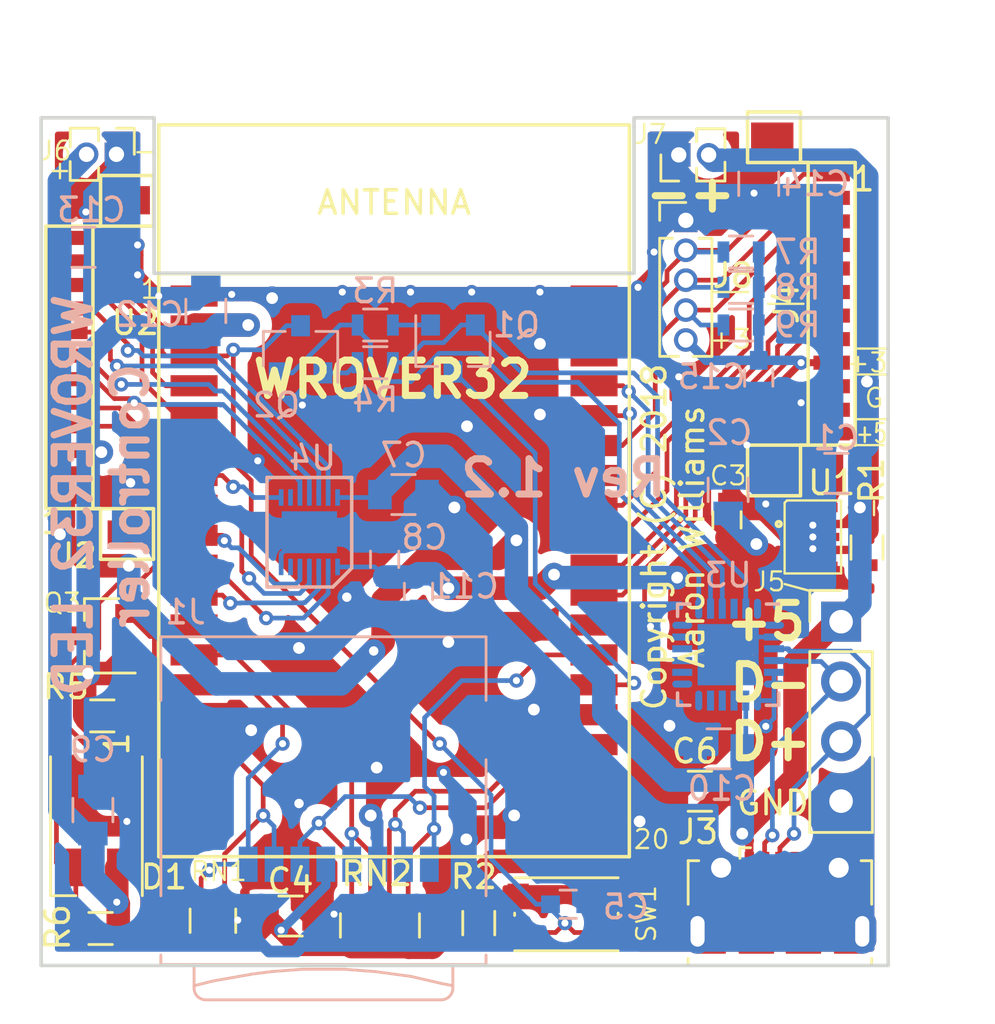
<source format=kicad_pcb>
(kicad_pcb (version 20171130) (host pcbnew 5.0.0)
  (layers (0 F.Cu signal) (31 B.Cu signal) (34 B.Paste user) (35 F.Paste user) (36 B.SilkS user) (37 F.SilkS user) (38 B.Mask user) (39 F.Mask user) (44 Edge.Cuts user))
  (net 0 "")
  (net 1 VBUS)
  (net 2 GND)
  (net 3 +3V3)
  (net 4 /RESET)
  (net 5 /IO4)
  (net 6 /IO2)
  (net 7 /IO14)
  (net 8 /IO15)
  (net 9 /IO13)
  (net 10 /IO12)
  (net 11 "Net-(J3-Pad4)")
  (net 12 /GPIO0)
  (net 13 /DTR)
  (net 14 "Net-(Q1-Pad1)")
  (net 15 "Net-(Q2-Pad1)")
  (net 16 /RTS)
  (net 17 "Net-(R1-Pad1)")
  (net 18 "Net-(U1-Pad1)")
  (net 19 /IO23)
  (net 20 /IO22)
  (net 21 /TXD0)
  (net 22 /RXD0)
  (net 23 /IO21)
  (net 24 /IO34)
  (net 25 /IO36)
  (net 26 /IO19)
  (net 27 /IO32)
  (net 28 /IO18)
  (net 29 /IO33)
  (net 30 /IO5)
  (net 31 /IO25)
  (net 32 /IO17)
  (net 33 /IO26)
  (net 34 /IO16)
  (net 35 /IO27)
  (net 36 "Net-(U2-Pad22)")
  (net 37 "Net-(U2-Pad17)")
  (net 38 "Net-(U2-Pad21)")
  (net 39 "Net-(U2-Pad18)")
  (net 40 "Net-(U2-Pad20)")
  (net 41 "Net-(U2-Pad19)")
  (net 42 "Net-(U3-Pad24)")
  (net 43 "Net-(U3-Pad22)")
  (net 44 "Net-(U3-Pad18)")
  (net 45 "Net-(U3-Pad17)")
  (net 46 "Net-(U3-Pad16)")
  (net 47 "Net-(U3-Pad15)")
  (net 48 "Net-(U3-Pad14)")
  (net 49 "Net-(U3-Pad13)")
  (net 50 "Net-(U3-Pad12)")
  (net 51 "Net-(U3-Pad11)")
  (net 52 "Net-(U3-Pad10)")
  (net 53 "Net-(U3-Pad9)")
  (net 54 "Net-(U3-Pad1)")
  (net 55 /IO25_H)
  (net 56 /IO26_H)
  (net 57 /IO32_H)
  (net 58 /IO33_H)
  (net 59 "Net-(U4-Pad9)")
  (net 60 "Net-(U4-Pad6)")
  (net 61 /DO)
  (net 62 "Net-(D1-Pad3)")
  (net 63 /SENSOR_VN)
  (net 64 /SENSOR_VP)
  (net 65 /USB_D+)
  (net 66 /USB_D-)
  (module Torex_Semi:CL-2025-02 (layer F.Cu) (at 82.8 59.8 270)
    (fp_text reference U1 (at -2.3 -0.8) (layer F.SilkS))
    (fp_text value XCL21X)
    (pad 9 smd rect (at 0 0 270) (size 1.5 1.1) (layers F.Cu F.Mask) (net 2 GND))
    (pad 9 thru_hole circle (at 0.5 0 270) (size 0.5 0.5) (drill 0.3) (layers *.Cu) (net 2 GND))
    (pad 9 thru_hole circle (at 0 0 270) (size 0.5 0.5) (drill 0.3) (layers *.Cu) (net 2 GND))
    (pad 9 thru_hole circle (at -0.5 0 270) (size 0.5 0.5) (drill 0.3) (layers *.Cu) (net 2 GND))
    (pad 8 smd rect (at 1.25 0 270) (size 0.4 2.1) (layers F.Cu F.Mask) (net 3 +3V3))
    (pad 7 smd rect (at -1.25 0 270) (size 0.4 2.1) (layers F.Cu F.Mask) (net 18 "Net-(U1-Pad1)"))
    (pad 1 smd rect (at -0.55 0.9375 270) (size 0.35 0.375) (layers F.Cu F.Mask) (net 18 "Net-(U1-Pad1)"))
    (pad 2 smd rect (at 0 0.9375 270) (size 0.35 0.375) (layers F.Cu F.Mask) (net 2 GND))
    (pad 3 smd rect (at 0.55 0.9375 270) (size 0.35 0.375) (layers F.Cu F.Mask) (net 3 +3V3))
    (pad 6 smd rect (at -0.55 -0.9375 270) (size 0.35 0.375) (layers F.Cu F.Mask) (net 1 VBUS))
    (pad 5 smd rect (at 0 -0.9375 270) (size 0.35 0.375) (layers F.Cu F.Mask) (net 2 GND))
    (pad 4 smd rect (at 0.55 -0.9375 270) (size 0.35 0.375) (layers F.Cu F.Mask) (net 17 "Net-(R1-Pad1)"))
  )
  (module aaron:BM12B-SRSS-TB (layer F.Cu) (at 83.6 49.9 270)
    (fp_text reference J4 (at 0 1.925 270) (layer F.SilkS))
    (fp_text value Conn_01x12)
    (pad 0 smd rect (at 7.1 2.525 270) (size 1.2 1.8) (layers F.Cu F.Paste F.Mask))
    (pad 0 smd rect (at -7.1 2.525 270) (size 1.2 1.8) (layers F.Cu F.Paste F.Mask))
    (pad 12 smd rect (at 5.5 0 270) (size 0.6 1.55) (layers F.Cu F.Paste F.Mask) (net 1 VBUS))
    (pad 11 smd rect (at 4.5 0 270) (size 0.6 1.55) (layers F.Cu F.Paste F.Mask) (net 2 GND))
    (pad 10 smd rect (at 3.5 0 270) (size 0.6 1.55) (layers F.Cu F.Paste F.Mask) (net 2 GND))
    (pad 9 smd rect (at 2.5 0 270) (size 0.6 1.55) (layers F.Cu F.Paste F.Mask) (net 3 +3V3))
    (pad 8 smd rect (at 1.5 0 270) (size 0.6 1.55) (layers F.Cu F.Paste F.Mask) (net 34 /IO16))
    (pad 7 smd rect (at 0.5 0 270) (size 0.6 1.55) (layers F.Cu F.Paste F.Mask) (net 32 /IO17))
    (pad 6 smd rect (at -0.5 0 270) (size 0.6 1.55) (layers F.Cu F.Paste F.Mask) (net 30 /IO5))
    (pad 5 smd rect (at -1.5 0 270) (size 0.6 1.55) (layers F.Cu F.Paste F.Mask) (net 28 /IO18))
    (pad 4 smd rect (at -2.5 0 270) (size 0.6 1.55) (layers F.Cu F.Paste F.Mask) (net 26 /IO19))
    (pad 3 smd rect (at -3.5 0 270) (size 0.6 1.55) (layers F.Cu F.Paste F.Mask) (net 23 /IO21))
    (pad 2 smd rect (at -4.5 0 270) (size 0.6 1.55) (layers F.Cu F.Paste F.Mask) (net 20 /IO22))
    (pad 1 smd rect (at -5.5 0 270) (size 0.6 1.55) (layers F.Cu F.Paste F.Mask) (net 19 /IO23))
  )
  (module ESP32:ESP32-WROOVER (layer F.Cu) (at 65 61 270)
    (fp_text reference U2 (at -10.3 11) (layer F.SilkS))
    (fp_text value ESP32-WROVER-I)
    (fp_text user ANTENNA (at -15.4 0) (layer F.SilkS))
    (pad 39 smd rect (at -3.97 1 270) (size 5 5) (layers F.Cu F.Paste F.Mask) (net 2 GND))
    (pad 19 smd rect (at 11.43 8.5 270) (size 0.9 2) (layers F.Cu F.Paste F.Mask) (net 41 "Net-(U2-Pad19)"))
    (pad 20 smd rect (at 11.43 -8.5 270) (size 0.9 2) (layers F.Cu F.Paste F.Mask) (net 40 "Net-(U2-Pad20)"))
    (pad 18 smd rect (at 10.16 8.5 270) (size 0.9 2) (layers F.Cu F.Paste F.Mask) (net 39 "Net-(U2-Pad18)"))
    (pad 21 smd rect (at 10.16 -8.5 270) (size 0.9 2) (layers F.Cu F.Paste F.Mask) (net 38 "Net-(U2-Pad21)"))
    (pad 17 smd rect (at 8.89 8.5 270) (size 0.9 2) (layers F.Cu F.Paste F.Mask) (net 37 "Net-(U2-Pad17)"))
    (pad 22 smd rect (at 8.89 -8.5 270) (size 0.9 2) (layers F.Cu F.Paste F.Mask) (net 36 "Net-(U2-Pad22)"))
    (pad 16 smd rect (at 7.62 8.5 270) (size 0.9 2) (layers F.Cu F.Paste F.Mask) (net 9 /IO13))
    (pad 23 smd rect (at 7.62 -8.5 270) (size 0.9 2) (layers F.Cu F.Paste F.Mask) (net 8 /IO15))
    (pad 15 smd rect (at 6.35 8.5 270) (size 0.9 2) (layers F.Cu F.Paste F.Mask) (net 2 GND))
    (pad 24 smd rect (at 6.35 -8.5 270) (size 0.9 2) (layers F.Cu F.Paste F.Mask) (net 6 /IO2))
    (pad 14 smd rect (at 5.08 8.5 270) (size 0.9 2) (layers F.Cu F.Paste F.Mask) (net 10 /IO12))
    (pad 25 smd rect (at 5.08 -8.5 270) (size 0.9 2) (layers F.Cu F.Paste F.Mask) (net 12 /GPIO0))
    (pad 13 smd rect (at 3.81 8.5 270) (size 0.9 2) (layers F.Cu F.Paste F.Mask) (net 7 /IO14))
    (pad 26 smd rect (at 3.81 -8.5 270) (size 0.9 2) (layers F.Cu F.Paste F.Mask) (net 5 /IO4))
    (pad 12 smd rect (at 2.54 8.5 270) (size 0.9 2) (layers F.Cu F.Paste F.Mask) (net 35 /IO27))
    (pad 27 smd rect (at 2.54 -8.5 270) (size 0.9 2) (layers F.Cu F.Paste F.Mask) (net 34 /IO16))
    (pad 11 smd rect (at 1.27 8.5 270) (size 0.9 2) (layers F.Cu F.Paste F.Mask) (net 33 /IO26))
    (pad 28 smd rect (at 1.27 -8.5 270) (size 0.9 2) (layers F.Cu F.Paste F.Mask) (net 32 /IO17))
    (pad 10 smd rect (at 0 8.5 270) (size 0.9 2) (layers F.Cu F.Paste F.Mask) (net 31 /IO25))
    (pad 29 smd rect (at 0 -8.5 270) (size 0.9 2) (layers F.Cu F.Paste F.Mask) (net 30 /IO5))
    (pad 9 smd rect (at -1.27 8.5 270) (size 0.9 2) (layers F.Cu F.Paste F.Mask) (net 29 /IO33))
    (pad 30 smd rect (at -1.27 -8.5 270) (size 0.9 2) (layers F.Cu F.Paste F.Mask) (net 28 /IO18))
    (pad 8 smd rect (at -2.54 8.5 270) (size 0.9 2) (layers F.Cu F.Paste F.Mask) (net 27 /IO32))
    (pad 31 smd rect (at -2.54 -8.5 270) (size 0.9 2) (layers F.Cu F.Paste F.Mask) (net 26 /IO19))
    (pad 7 smd rect (at -3.81 8.5 270) (size 0.9 2) (layers F.Cu F.Paste F.Mask) (net 25 /IO36))
    (pad 32 smd rect (at -3.81 -8.5 270) (size 0.9 2) (layers F.Cu F.Paste F.Mask))
    (pad 6 smd rect (at -5.08 8.5 270) (size 0.9 2) (layers F.Cu F.Paste F.Mask) (net 24 /IO34))
    (pad 33 smd rect (at -5.08 -8.5 270) (size 0.9 2) (layers F.Cu F.Paste F.Mask) (net 23 /IO21))
    (pad 5 smd rect (at -6.35 8.5 270) (size 0.9 2) (layers F.Cu F.Paste F.Mask) (net 63 /SENSOR_VN))
    (pad 34 smd rect (at -6.35 -8.5 270) (size 0.9 2) (layers F.Cu F.Paste F.Mask) (net 22 /RXD0))
    (pad 4 smd rect (at -7.62 8.5 270) (size 0.9 2) (layers F.Cu F.Paste F.Mask) (net 64 /SENSOR_VP))
    (pad 35 smd rect (at -7.62 -8.5 270) (size 0.9 2) (layers F.Cu F.Paste F.Mask) (net 21 /TXD0))
    (pad 3 smd rect (at -8.89 8.5 270) (size 0.9 2) (layers F.Cu F.Paste F.Mask) (net 4 /RESET))
    (pad 36 smd rect (at -8.89 -8.5 270) (size 0.9 2) (layers F.Cu F.Paste F.Mask) (net 20 /IO22))
    (pad 2 smd rect (at -10.16 8.5 270) (size 0.9 2) (layers F.Cu F.Paste F.Mask) (net 3 +3V3))
    (pad 37 smd rect (at -10.16 -8.5 270) (size 0.9 2) (layers F.Cu F.Paste F.Mask) (net 19 /IO23))
    (pad 1 smd rect (at -11.43 8.5 270) (size 0.9 2) (layers F.Cu F.Paste F.Mask) (net 2 GND))
    (pad 38 smd rect (at -11.43 -8.5 270) (size 0.9 2) (layers F.Cu F.Paste F.Mask) (net 2 GND))
  )
  (module Capacitors_SMD:C_0603 (layer B.Cu) (at 80.5 53.05 270)
    (fp_text reference C15 (at -0.05 2) (layer B.SilkS) (effects (justify mirror)))
    (fp_text value "1uF 10V")
    (pad 1 smd rect (at -0.75 0 270) (size 0.8 0.75) (layers B.Cu B.Paste B.Mask) (net 3 +3V3))
    (pad 2 smd rect (at 0.75 0 270) (size 0.8 0.75) (layers B.Cu B.Paste B.Mask) (net 2 GND))
  )
  (module Pin_Headers:Pin_Header_Straight_1x05_Pitch1.27mm (layer F.Cu) (at 77.4 46.355)
    (fp_text reference J8 (at 2 2.345) (layer F.SilkS))
    (fp_text value Conn_01x05)
    (pad 5 thru_hole oval (at 0 5.08) (size 1 1) (drill 0.65) (layers *.Cu *.Mask) (net 3 +3V3))
    (pad 4 thru_hole oval (at 0 3.81) (size 1 1) (drill 0.65) (layers *.Cu *.Mask) (net 23 /IO21))
    (pad 3 thru_hole oval (at 0 2.54) (size 1 1) (drill 0.65) (layers *.Cu *.Mask) (net 20 /IO22))
    (pad 2 thru_hole oval (at 0 1.27) (size 1 1) (drill 0.65) (layers *.Cu *.Mask) (net 19 /IO23))
    (pad 1 thru_hole rect (at 0 0) (size 1 1) (drill 0.65) (layers *.Cu *.Mask) (net 2 GND))
  )
  (module Resistors_SMD:R_0603 (layer B.Cu) (at 79.75 47.7)
    (fp_text reference R7 (at 2.4 0) (layer B.SilkS) (effects (justify mirror)))
    (fp_text value 10K)
    (pad 2 smd rect (at 0.75 0) (size 0.5 0.9) (layers B.Cu B.Paste B.Mask) (net 3 +3V3))
    (pad 1 smd rect (at -0.75 0) (size 0.5 0.9) (layers B.Cu B.Paste B.Mask) (net 19 /IO23))
  )
  (module Resistors_SMD:R_0603 (layer B.Cu) (at 79.75 49.2)
    (fp_text reference R8 (at 2.4 0) (layer B.SilkS) (effects (justify mirror)))
    (fp_text value 10K)
    (pad 2 smd rect (at 0.75 0) (size 0.5 0.9) (layers B.Cu B.Paste B.Mask) (net 3 +3V3))
    (pad 1 smd rect (at -0.75 0) (size 0.5 0.9) (layers B.Cu B.Paste B.Mask) (net 20 /IO22))
  )
  (module Resistors_SMD:R_0603 (layer B.Cu) (at 79.75 50.8)
    (fp_text reference R9 (at 2.4 0) (layer B.SilkS) (effects (justify mirror)))
    (fp_text value 10K)
    (pad 2 smd rect (at 0.75 0) (size 0.5 0.9) (layers B.Cu B.Paste B.Mask) (net 3 +3V3))
    (pad 1 smd rect (at -0.75 0) (size 0.5 0.9) (layers B.Cu B.Paste B.Mask) (net 23 /IO21))
  )
  (module Resistors_SMD:R_0603 (layer F.Cu) (at 85.1 60.25 90)
    (fp_text reference R1 (at 2.85 0.2 90) (layer F.SilkS))
    (fp_text value 10K)
    (pad 2 smd rect (at 0.75 0 90) (size 0.5 0.9) (layers F.Cu F.Paste F.Mask) (net 1 VBUS))
    (pad 1 smd rect (at -0.75 0 90) (size 0.5 0.9) (layers F.Cu F.Paste F.Mask) (net 17 "Net-(R1-Pad1)"))
  )
  (module aaron:SW_SPST_KMR2 (layer F.Cu) (at 72.325001 75.825001)
    (fp_text reference SW1 (at 3.399999 -0.025001 90) (layer F.SilkS) (effects (font (size 0.8 0.8) (thickness 0.1))))
    (fp_text value KMR2)
    (pad 1 smd rect (at -2.05 -0.8) (size 0.9 1) (layers F.Cu F.Paste F.Mask) (net 2 GND))
    (pad 2 smd rect (at -2.05 0.8) (size 0.9 1) (layers F.Cu F.Paste F.Mask) (net 4 /RESET))
    (pad 3 smd rect (at 2.05 -0.8) (size 0.9 1) (layers F.Cu F.Paste F.Mask) (net 2 GND))
    (pad 4 smd rect (at 2.05 0.8) (size 0.9 1) (layers F.Cu F.Paste F.Mask) (net 4 /RESET))
  )
  (module aaron:BM12B-SRSS-TB (layer F.Cu) (at 51.2 52.6 90)
    (fp_text reference J2 (at -8 0.3 180) (layer F.SilkS))
    (fp_text value Conn_01x12)
    (pad 0 smd rect (at 7.1 2.525 90) (size 1.2 1.8) (layers F.Cu F.Paste F.Mask))
    (pad 0 smd rect (at -7.1 2.525 90) (size 1.2 1.8) (layers F.Cu F.Paste F.Mask))
    (pad 12 smd rect (at 5.5 0 90) (size 0.6 1.55) (layers F.Cu F.Paste F.Mask) (net 4 /RESET))
    (pad 11 smd rect (at 4.5 0 90) (size 0.6 1.55) (layers F.Cu F.Paste F.Mask) (net 64 /SENSOR_VP))
    (pad 10 smd rect (at 3.5 0 90) (size 0.6 1.55) (layers F.Cu F.Paste F.Mask) (net 63 /SENSOR_VN))
    (pad 9 smd rect (at 2.5 0 90) (size 0.6 1.55) (layers F.Cu F.Paste F.Mask) (net 55 /IO25_H))
    (pad 8 smd rect (at 1.5 0 90) (size 0.6 1.55) (layers F.Cu F.Paste F.Mask) (net 56 /IO26_H))
    (pad 7 smd rect (at 0.5 0 90) (size 0.6 1.55) (layers F.Cu F.Paste F.Mask) (net 57 /IO32_H))
    (pad 6 smd rect (at -0.5 0 90) (size 0.6 1.55) (layers F.Cu F.Paste F.Mask) (net 58 /IO33_H))
    (pad 5 smd rect (at -1.5 0 90) (size 0.6 1.55) (layers F.Cu F.Paste F.Mask) (net 24 /IO34))
    (pad 4 smd rect (at -2.5 0 90) (size 0.6 1.55) (layers F.Cu F.Paste F.Mask) (net 61 /DO))
    (pad 3 smd rect (at -3.5 0 90) (size 0.6 1.55) (layers F.Cu F.Paste F.Mask) (net 3 +3V3))
    (pad 2 smd rect (at -4.5 0 90) (size 0.6 1.55) (layers F.Cu F.Paste F.Mask) (net 2 GND))
    (pad 1 smd rect (at -5.5 0 90) (size 0.6 1.55) (layers F.Cu F.Paste F.Mask) (net 1 VBUS))
  )
  (module LED_SMD:LED_SK6812MINI_PLCC4_3.5x3.5mm_P1.75mm (layer F.Cu) (at 52.3494 72.0852 270)
    (fp_text reference D1 (at 2.159 -2.8702) (layer F.SilkS))
    (fp_text value SK6812MINI)
    (fp_text user 1 (at -3.5 -0.875 270) (layer F.SilkS))
    (pad 1 smd rect (at -1.75 -0.875 270) (size 1.6 0.85) (layers F.Cu F.Paste F.Mask) (net 61 /DO))
    (pad 2 smd rect (at -1.75 0.875 270) (size 1.6 0.85) (layers F.Cu F.Paste F.Mask) (net 2 GND))
    (pad 4 smd rect (at 1.75 -0.875 270) (size 1.6 0.85) (layers F.Cu F.Paste F.Mask) (net 1 VBUS))
    (pad 3 smd rect (at 1.75 0.875 270) (size 1.6 0.85) (layers F.Cu F.Paste F.Mask) (net 62 "Net-(D1-Pad3)"))
  )
  (module Pin_Headers:Pin_Header_Straight_1x02_Pitch1.27mm (layer F.Cu) (at 77.1 43.575 90)
    (fp_text reference J7 (at 0.875 -1.2 180) (layer F.SilkS) (effects (font (size 0.8 0.8) (thickness 0.1))))
    (fp_text value "Conn_01x02 DNS")
    (pad 2 thru_hole oval (at 0 1.27 90) (size 1 1) (drill 0.65) (layers *.Cu *.Mask) (net 1 VBUS))
    (pad 1 thru_hole rect (at 0 0 90) (size 1 1) (drill 0.65) (layers *.Cu *.Mask) (net 2 GND))
  )
  (module Pin_Headers:Pin_Header_Straight_1x02_Pitch1.27mm (layer F.Cu) (at 53.2 43.55 270)
    (fp_text reference J6 (at -0.15 2.6) (layer F.SilkS) (effects (font (size 0.8 0.8) (thickness 0.1))))
    (fp_text value "Conn_01x02 DNS")
    (pad 2 thru_hole oval (at 0 1.27 270) (size 1 1) (drill 0.65) (layers *.Cu *.Mask) (net 1 VBUS))
    (pad 1 thru_hole rect (at 0 0 270) (size 1 1) (drill 0.65) (layers *.Cu *.Mask) (net 2 GND))
  )
  (module Maxim:TDFN--EP-14 (layer B.Cu) (at 61.4 59.6 180)
    (fp_text reference U4 (at -0.1315 3.1485 180) (layer B.SilkS) (effects (justify mirror)))
    (fp_text value MAX14611ETD+T)
    (pad 15 smd rect (at 0 0 180) (size 2.35 1.78) (layers B.Cu B.Paste B.Mask) (net 2 GND))
    (pad 7 smd rect (at 1.2 -1.475 180) (size 0.2 0.7) (layers B.Cu B.Paste B.Mask) (net 2 GND))
    (pad 8 smd rect (at 1.2 1.475 180) (size 0.2 0.7) (layers B.Cu B.Paste B.Mask) (net 25 /IO36))
    (pad 6 smd rect (at 0.8 -1.475 180) (size 0.2 0.7) (layers B.Cu B.Paste B.Mask) (net 60 "Net-(U4-Pad6)"))
    (pad 9 smd rect (at 0.8 1.475 180) (size 0.2 0.7) (layers B.Cu B.Paste B.Mask) (net 59 "Net-(U4-Pad9)"))
    (pad 5 smd rect (at 0.4 -1.475 180) (size 0.2 0.7) (layers B.Cu B.Paste B.Mask) (net 29 /IO33))
    (pad 10 smd rect (at 0.4 1.475 180) (size 0.2 0.7) (layers B.Cu B.Paste B.Mask) (net 58 /IO33_H))
    (pad 4 smd rect (at 0 -1.475 180) (size 0.2 0.7) (layers B.Cu B.Paste B.Mask) (net 27 /IO32))
    (pad 11 smd rect (at 0 1.475 180) (size 0.2 0.7) (layers B.Cu B.Paste B.Mask) (net 57 /IO32_H))
    (pad 3 smd rect (at -0.4 -1.475 180) (size 0.2 0.7) (layers B.Cu B.Paste B.Mask) (net 33 /IO26))
    (pad 12 smd rect (at -0.4 1.475 180) (size 0.2 0.7) (layers B.Cu B.Paste B.Mask) (net 56 /IO26_H))
    (pad 2 smd rect (at -0.8 -1.475 180) (size 0.2 0.7) (layers B.Cu B.Paste B.Mask) (net 31 /IO25))
    (pad 13 smd rect (at -0.8 1.475 180) (size 0.2 0.7) (layers B.Cu B.Paste B.Mask) (net 55 /IO25_H))
    (pad 1 smd rect (at -1.2 -1.475 180) (size 0.2 0.7) (layers B.Cu B.Paste B.Mask) (net 3 +3V3))
    (pad 14 smd rect (at -1.2 1.475 180) (size 0.2 0.7) (layers B.Cu B.Paste B.Mask) (net 1 VBUS))
  )
  (module Maxim:QFN-24-1EP_4x4mm_Pitch0.5mm (layer B.Cu) (at 79.2 64.8 180)
    (fp_text reference U3 (at 0 3.375 180) (layer B.SilkS) (effects (justify mirror)))
    (fp_text value CP2102N-A01-GQFN24)
    (pad 1 smd oval (at -1.95 1.25 180) (size 0.85 0.3) (layers B.Cu B.Paste B.Mask) (net 54 "Net-(U3-Pad1)"))
    (pad 2 smd rect (at -1.95 0.75 180) (size 0.85 0.3) (layers B.Cu B.Paste B.Mask) (net 2 GND))
    (pad 3 smd rect (at -1.95 0.25 180) (size 0.85 0.3) (layers B.Cu B.Paste B.Mask) (net 65 /USB_D+))
    (pad 4 smd rect (at -1.95 -0.25 180) (size 0.85 0.3) (layers B.Cu B.Paste B.Mask) (net 66 /USB_D-))
    (pad 5 smd rect (at -1.95 -0.75 180) (size 0.85 0.3) (layers B.Cu B.Paste B.Mask) (net 3 +3V3))
    (pad 6 smd oval (at -1.95 -1.25 180) (size 0.85 0.3) (layers B.Cu B.Paste B.Mask) (net 3 +3V3))
    (pad 7 smd oval (at -1.25 -1.95 90) (size 0.85 0.3) (layers B.Cu B.Paste B.Mask) (net 3 +3V3))
    (pad 8 smd rect (at -0.75 -1.95 90) (size 0.85 0.3) (layers B.Cu B.Paste B.Mask) (net 1 VBUS))
    (pad 9 smd rect (at -0.25 -1.95 90) (size 0.85 0.3) (layers B.Cu B.Paste B.Mask) (net 53 "Net-(U3-Pad9)"))
    (pad 10 smd rect (at 0.25 -1.95 90) (size 0.85 0.3) (layers B.Cu B.Paste B.Mask) (net 52 "Net-(U3-Pad10)"))
    (pad 11 smd rect (at 0.75 -1.95 90) (size 0.85 0.3) (layers B.Cu B.Paste B.Mask) (net 51 "Net-(U3-Pad11)"))
    (pad 12 smd oval (at 1.25 -1.95 90) (size 0.85 0.3) (layers B.Cu B.Paste B.Mask) (net 50 "Net-(U3-Pad12)"))
    (pad 13 smd oval (at 1.95 -1.25 180) (size 0.85 0.3) (layers B.Cu B.Paste B.Mask) (net 49 "Net-(U3-Pad13)"))
    (pad 14 smd rect (at 1.95 -0.75 180) (size 0.85 0.3) (layers B.Cu B.Paste B.Mask) (net 48 "Net-(U3-Pad14)"))
    (pad 15 smd rect (at 1.95 -0.25 180) (size 0.85 0.3) (layers B.Cu B.Paste B.Mask) (net 47 "Net-(U3-Pad15)"))
    (pad 16 smd rect (at 1.95 0.25 180) (size 0.85 0.3) (layers B.Cu B.Paste B.Mask) (net 46 "Net-(U3-Pad16)"))
    (pad 17 smd rect (at 1.95 0.75 180) (size 0.85 0.3) (layers B.Cu B.Paste B.Mask) (net 45 "Net-(U3-Pad17)"))
    (pad 18 smd oval (at 1.95 1.25 180) (size 0.85 0.3) (layers B.Cu B.Paste B.Mask) (net 44 "Net-(U3-Pad18)"))
    (pad 19 smd oval (at 1.25 1.95 90) (size 0.85 0.3) (layers B.Cu B.Paste B.Mask) (net 16 /RTS))
    (pad 20 smd rect (at 0.75 1.95 90) (size 0.85 0.3) (layers B.Cu B.Paste B.Mask) (net 22 /RXD0))
    (pad 21 smd rect (at 0.25 1.95 90) (size 0.85 0.3) (layers B.Cu B.Paste B.Mask) (net 21 /TXD0))
    (pad 22 smd rect (at -0.25 1.95 90) (size 0.85 0.3) (layers B.Cu B.Paste B.Mask) (net 43 "Net-(U3-Pad22)"))
    (pad 23 smd rect (at -0.75 1.95 90) (size 0.85 0.3) (layers B.Cu B.Paste B.Mask) (net 13 /DTR))
    (pad 24 smd oval (at -1.25 1.95 90) (size 0.85 0.3) (layers B.Cu B.Paste B.Mask) (net 42 "Net-(U3-Pad24)"))
    (pad 25 smd rect (at 0.65 -0.65 180) (size 1.3 1.3) (layers B.Cu B.Paste B.Mask) (net 2 GND))
    (pad 25 smd rect (at 0.65 0.65 180) (size 1.3 1.3) (layers B.Cu B.Paste B.Mask) (net 2 GND))
    (pad 25 smd rect (at -0.65 -0.65 180) (size 1.3 1.3) (layers B.Cu B.Paste B.Mask) (net 2 GND))
    (pad 25 smd rect (at -0.65 0.65 180) (size 1.3 1.3) (layers B.Cu B.Paste B.Mask) (net 2 GND))
  )
  (module Resistors_SMD:R_Array_Convex_2x0603 (layer F.Cu) (at 57.3 76.1 90)
    (fp_text reference RN1 (at 2.1 0.25 180) (layer F.SilkS) (effects (font (size 0.8 0.8) (thickness 0.1))))
    (fp_text value R_Pack02)
    (pad 4 smd rect (at 0.9 -0.5 90) (size 0.8 0.5) (layers F.Cu F.Paste F.Mask) (net 10 /IO12))
    (pad 3 smd rect (at 0.9 0.5 90) (size 0.8 0.5) (layers F.Cu F.Paste F.Mask) (net 9 /IO13))
    (pad 2 smd rect (at -0.9 0.5 90) (size 0.8 0.5) (layers F.Cu F.Paste F.Mask) (net 3 +3V3))
    (pad 1 smd rect (at -0.9 -0.5 90) (size 0.8 0.5) (layers F.Cu F.Paste F.Mask) (net 3 +3V3))
  )
  (module Resistors_SMD:R_0603 (layer B.Cu) (at 64.2 52.4)
    (fp_text reference R4 (at 0 1.575) (layer B.SilkS) (effects (justify mirror)))
    (fp_text value 10K)
    (pad 2 smd rect (at 0.75 0) (size 0.5 0.9) (layers B.Cu B.Paste B.Mask) (net 13 /DTR))
    (pad 1 smd rect (at -0.75 0) (size 0.5 0.9) (layers B.Cu B.Paste B.Mask) (net 15 "Net-(Q2-Pad1)"))
  )
  (module Resistors_SMD:R_0603 (layer B.Cu) (at 64.2 50.8 180)
    (fp_text reference R3 (at 0 1.45 180) (layer B.SilkS) (effects (justify mirror)))
    (fp_text value 10K)
    (pad 2 smd rect (at 0.75 0 180) (size 0.5 0.9) (layers B.Cu B.Paste B.Mask) (net 16 /RTS))
    (pad 1 smd rect (at -0.75 0 180) (size 0.5 0.9) (layers B.Cu B.Paste B.Mask) (net 14 "Net-(Q1-Pad1)"))
  )
  (module Resistors_SMD:R_0603 (layer F.Cu) (at 68.6 76.2 270)
    (fp_text reference R2 (at -1.9685 0.2105) (layer F.SilkS))
    (fp_text value 470)
    (pad 2 smd rect (at 0.75 0 270) (size 0.5 0.9) (layers F.Cu F.Paste F.Mask) (net 4 /RESET))
    (pad 1 smd rect (at -0.75 0 270) (size 0.5 0.9) (layers F.Cu F.Paste F.Mask) (net 3 +3V3))
  )
  (module TO_SOT_Packages_SMD:SOT-23 (layer B.Cu) (at 61.026 51.832 90)
    (fp_text reference Q2 (at -2.368 -1.026 180) (layer B.SilkS) (effects (justify mirror)))
    (fp_text value MMBT2222A-TP)
    (pad 3 smd rect (at 1 0 90) (size 0.9 0.8) (layers B.Cu B.Paste B.Mask) (net 4 /RESET))
    (pad 2 smd rect (at -1 -0.95 90) (size 0.9 0.8) (layers B.Cu B.Paste B.Mask) (net 16 /RTS))
    (pad 1 smd rect (at -1 0.95 90) (size 0.9 0.8) (layers B.Cu B.Paste B.Mask) (net 15 "Net-(Q2-Pad1)"))
  )
  (module TO_SOT_Packages_SMD:SOT-23 (layer B.Cu) (at 67.503 51.8 270)
    (fp_text reference Q1 (at -1 -2.697) (layer B.SilkS) (effects (justify mirror)))
    (fp_text value MMBT2222A-TP)
    (pad 3 smd rect (at 1 0 270) (size 0.9 0.8) (layers B.Cu B.Paste B.Mask) (net 12 /GPIO0))
    (pad 2 smd rect (at -1 -0.95 270) (size 0.9 0.8) (layers B.Cu B.Paste B.Mask) (net 13 /DTR))
    (pad 1 smd rect (at -1 0.95 270) (size 0.9 0.8) (layers B.Cu B.Paste B.Mask) (net 14 "Net-(Q1-Pad1)"))
  )
  (module Pin_Headers:Pin_Header_Straight_1x04_Pitch2.54mm (layer F.Cu) (at 84 63.4)
    (fp_text reference J5 (at -3.05 -1.7) (layer F.SilkS) (effects (font (size 0.8 0.8) (thickness 0.1))))
    (fp_text value "Conn_01x04 DNS")
    (pad 4 thru_hole oval (at 0 7.62) (size 1.7 1.7) (drill 1) (layers *.Cu *.Mask) (net 2 GND))
    (pad 3 thru_hole oval (at 0 5.08) (size 1.7 1.7) (drill 1) (layers *.Cu *.Mask) (net 65 /USB_D+))
    (pad 2 thru_hole oval (at 0 2.54) (size 1.7 1.7) (drill 1) (layers *.Cu *.Mask) (net 66 /USB_D-))
    (pad 1 thru_hole rect (at 0 0) (size 1.7 1.7) (drill 1) (layers *.Cu *.Mask) (net 1 VBUS))
  )
  (module Connectors_USB:USB_Micro-B_Molex-105017-0001 (layer F.Cu) (at 81.4 76.2)
    (fp_text reference J3 (at -3.4855 -3.8735) (layer F.SilkS))
    (fp_text value USB_B_Micro)
    (pad 6 smd rect (at -2.9 0.35) (size 1.2 1.9) (layers F.Cu F.Mask) (net 2 GND))
    (pad 6 smd rect (at 2.9 0.35) (size 1.2 1.9) (layers F.Cu F.Mask) (net 2 GND))
    (pad 6 thru_hole oval (at 3.5 0.35) (size 1.2 1.9) (drill oval 0.6 1.3) (layers *.Cu *.Mask) (net 2 GND))
    (pad 6 thru_hole oval (at -3.5 0.35 180) (size 1.2 1.9) (drill oval 0.6 1.3) (layers *.Cu *.Mask) (net 2 GND))
    (pad 6 smd rect (at -1 0.35) (size 1.5 1.9) (layers F.Cu F.Paste F.Mask) (net 2 GND))
    (pad 6 thru_hole circle (at 2.5 -2.35) (size 1.45 1.45) (drill 0.85) (layers *.Cu *.Mask) (net 2 GND))
    (pad 3 smd rect (at 0 -2.35) (size 0.4 1.35) (layers F.Cu F.Paste F.Mask) (net 65 /USB_D+))
    (pad 4 smd rect (at 0.65 -2.35) (size 0.4 1.35) (layers F.Cu F.Paste F.Mask) (net 11 "Net-(J3-Pad4)"))
    (pad 5 smd rect (at 1.3 -2.35) (size 0.4 1.35) (layers F.Cu F.Paste F.Mask) (net 2 GND))
    (pad 1 smd rect (at -1.3 -2.35) (size 0.4 1.35) (layers F.Cu F.Paste F.Mask) (net 1 VBUS))
    (pad 2 smd rect (at -0.65 -2.35) (size 0.4 1.35) (layers F.Cu F.Paste F.Mask) (net 66 /USB_D-))
    (pad 6 thru_hole circle (at -2.5 -2.35) (size 1.45 1.45) (drill 0.85) (layers *.Cu *.Mask) (net 2 GND))
    (pad 6 smd rect (at 1 0.35) (size 1.5 1.9) (layers F.Cu F.Paste F.Mask) (net 2 GND))
  )
  (module Connectors:microSD_Card_Receptacle_Wuerth_693072010801 (layer B.Cu) (at 62 71)
    (fp_text reference J1 (at -5.866 -8.008) (layer B.SilkS) (effects (justify mirror)))
    (fp_text value Micro_SD_Card)
    (pad 1 smd rect (at -3.2 2.7) (size 0.8 1.5) (layers B.Cu B.Paste B.Mask) (net 10 /IO12))
    (pad 2 smd rect (at -2.1 2.7) (size 0.8 1.5) (layers B.Cu B.Paste B.Mask) (net 9 /IO13))
    (pad 3 smd rect (at -1 2.7) (size 0.8 1.5) (layers B.Cu B.Paste B.Mask) (net 8 /IO15))
    (pad 4 smd rect (at 0.1 2.7) (size 0.8 1.5) (layers B.Cu B.Paste B.Mask) (net 3 +3V3))
    (pad 5 smd rect (at 1.2 2.7) (size 0.8 1.5) (layers B.Cu B.Paste B.Mask) (net 7 /IO14))
    (pad 6 smd rect (at 2.3 2.7) (size 0.8 1.5) (layers B.Cu B.Paste B.Mask) (net 2 GND))
    (pad 7 smd rect (at 3.4 2.7) (size 0.8 1.5) (layers B.Cu B.Paste B.Mask) (net 6 /IO2))
    (pad 8 smd rect (at 4.5 2.7) (size 0.8 1.5) (layers B.Cu B.Paste B.Mask) (net 5 /IO4))
    (pad 9 smd rect (at 6.875 -3) (size 1.45 2) (layers B.Cu B.Paste B.Mask) (net 2 GND))
    (pad 9 smd rect (at -6.875 -3) (size 1.45 2) (layers B.Cu B.Paste B.Mask) (net 2 GND))
    (pad 9 smd rect (at -6.875 5.3) (size 1.45 2) (layers B.Cu B.Paste B.Mask) (net 2 GND))
    (pad 9 smd rect (at 6.875 5.3) (size 1.45 2) (layers B.Cu B.Paste B.Mask) (net 2 GND))
  )
  (module Capacitors_SMD:C_0603 (layer B.Cu) (at 64.6 60.75 90)
    (fp_text reference C8 (at 0.933 1.694 180) (layer B.SilkS) (effects (justify mirror)))
    (fp_text value "1uF 10V")
    (pad 1 smd rect (at -0.75 0 90) (size 0.8 0.75) (layers B.Cu B.Paste B.Mask) (net 3 +3V3))
    (pad 2 smd rect (at 0.75 0 90) (size 0.8 0.75) (layers B.Cu B.Paste B.Mask) (net 2 GND))
  )
  (module Capacitors_SMD:C_0805 (layer B.Cu) (at 65.4 58)
    (fp_text reference C7 (at 0.005 -1.6755) (layer B.SilkS) (effects (justify mirror)))
    (fp_text value "10uF 10V")
    (pad 2 smd rect (at 1 0) (size 1 1.25) (layers B.Cu B.Paste B.Mask) (net 2 GND))
    (pad 1 smd rect (at -1 0) (size 1 1.25) (layers B.Cu B.Paste B.Mask) (net 1 VBUS))
  )
  (module Capacitors_SMD:C_0603 (layer B.Cu) (at 72.4 75.4)
    (fp_text reference C5 (at 2.4538 0.1142) (layer B.SilkS) (effects (justify mirror)))
    (fp_text value "0.1uF 10V")
    (pad 1 smd rect (at -0.75 0) (size 0.8 0.75) (layers B.Cu B.Paste B.Mask) (net 4 /RESET))
    (pad 2 smd rect (at 0.75 0) (size 0.8 0.75) (layers B.Cu B.Paste B.Mask) (net 2 GND))
  )
  (module Capacitors_SMD:C_0805 (layer F.Cu) (at 60.6 75.9)
    (fp_text reference C4 (at 0 -1.5) (layer F.SilkS))
    (fp_text value "10uF 10V")
    (pad 2 smd rect (at 1 0) (size 1 1.25) (layers F.Cu F.Paste F.Mask) (net 2 GND))
    (pad 1 smd rect (at -1 0) (size 1 1.25) (layers F.Cu F.Paste F.Mask) (net 3 +3V3))
  )
  (module Capacitors_SMD:C_0603 (layer F.Cu) (at 79.15 59.075 90)
    (fp_text reference C3 (at 1.875 0.05 180) (layer F.SilkS) (effects (font (size 0.8 0.8) (thickness 0.1))))
    (fp_text value "1uF 10V")
    (pad 1 smd rect (at -0.75 0 90) (size 0.8 0.75) (layers F.Cu F.Paste F.Mask) (net 3 +3V3))
    (pad 2 smd rect (at 0.75 0 90) (size 0.8 0.75) (layers F.Cu F.Paste F.Mask) (net 2 GND))
  )
  (module Capacitors_SMD:C_0805 (layer B.Cu) (at 79.2 57.8 90)
    (fp_text reference C2 (at 2.428 0.048 180) (layer B.SilkS) (effects (justify mirror)))
    (fp_text value "10uF 10V")
    (pad 2 smd rect (at 1 0 90) (size 1 1.25) (layers B.Cu B.Paste B.Mask) (net 2 GND))
    (pad 1 smd rect (at -1 0 90) (size 1 1.25) (layers B.Cu B.Paste B.Mask) (net 3 +3V3))
  )
  (module Capacitors_SMD:C_0805 (layer B.Cu) (at 83.8 57.1 180)
    (fp_text reference C1 (at 0 1.5 180) (layer B.SilkS) (effects (justify mirror)))
    (fp_text value "10uF 10V")
    (pad 2 smd rect (at 1 0 180) (size 1 1.25) (layers B.Cu B.Paste B.Mask) (net 2 GND))
    (pad 1 smd rect (at -1 0 180) (size 1 1.25) (layers B.Cu B.Paste B.Mask) (net 1 VBUS))
  )
  (module Resistors_SMD:R_0603 (layer F.Cu) (at 52.5272 76.4286)
    (fp_text reference R6 (at -1.8288 -0.0508 90) (layer F.SilkS))
    (fp_text value 10K)
    (pad 2 smd rect (at 0.75 0) (size 0.5 0.9) (layers F.Cu F.Paste F.Mask) (net 1 VBUS))
    (pad 1 smd rect (at -0.75 0) (size 0.5 0.9) (layers F.Cu F.Paste F.Mask) (net 62 "Net-(D1-Pad3)"))
  )
  (module Resistors_SMD:R_0603 (layer F.Cu) (at 52.6 67.4 180)
    (fp_text reference R5 (at 1.546 1.233 180) (layer F.SilkS))
    (fp_text value 10K)
    (pad 2 smd rect (at 0.75 0 180) (size 0.5 0.9) (layers F.Cu F.Paste F.Mask) (net 3 +3V3))
    (pad 1 smd rect (at -0.75 0 180) (size 0.5 0.9) (layers F.Cu F.Paste F.Mask) (net 35 /IO27))
  )
  (module Capacitors_SMD:C_0805 (layer B.Cu) (at 52.2 71.4 90)
    (fp_text reference C9 (at 2.566 -0.003 180) (layer B.SilkS) (effects (justify mirror)))
    (fp_text value "10uF 10V")
    (pad 2 smd rect (at 1 0 90) (size 1 1.25) (layers B.Cu B.Paste B.Mask) (net 2 GND))
    (pad 1 smd rect (at -1 0 90) (size 1 1.25) (layers B.Cu B.Paste B.Mask) (net 1 VBUS))
  )
  (module TO_SOT_Packages_SMD:SOT-23 (layer F.Cu) (at 52.6 64 180)
    (fp_text reference Q3 (at 1.7 1.4 180) (layer F.SilkS) (effects (font (size 0.8 0.8) (thickness 0.1))))
    (fp_text value BSS138)
    (pad 3 smd rect (at 1 0 180) (size 0.9 0.8) (layers F.Cu F.Paste F.Mask) (net 62 "Net-(D1-Pad3)"))
    (pad 2 smd rect (at -1 0.95 180) (size 0.9 0.8) (layers F.Cu F.Paste F.Mask) (net 35 /IO27))
    (pad 1 smd rect (at -1 -0.95 180) (size 0.9 0.8) (layers F.Cu F.Paste F.Mask) (net 3 +3V3))
  )
  (module Capacitors_SMD:C_0805 (layer B.Cu) (at 78.8 68.8 180)
    (fp_text reference C10 (at -0.1305 -1.685 180) (layer B.SilkS) (effects (justify mirror)))
    (fp_text value "10uF 10V")
    (pad 2 smd rect (at 1 0 180) (size 1 1.25) (layers B.Cu B.Paste B.Mask) (net 2 GND))
    (pad 1 smd rect (at -1 0 180) (size 1 1.25) (layers B.Cu B.Paste B.Mask) (net 1 VBUS))
  )
  (module Capacitors_SMD:C_0805 (layer F.Cu) (at 78 70.6 180)
    (fp_text reference C6 (at 0.2125 1.7025 180) (layer F.SilkS))
    (fp_text value "10uF 10V")
    (pad 2 smd rect (at 1 0 180) (size 1 1.25) (layers F.Cu F.Paste F.Mask) (net 2 GND))
    (pad 1 smd rect (at -1 0 180) (size 1 1.25) (layers F.Cu F.Paste F.Mask) (net 3 +3V3))
  )
  (module Capacitors_SMD:C_0603 (layer B.Cu) (at 66.04 62.115 270)
    (fp_text reference C11 (at -0.215 -1.96) (layer B.SilkS) (effects (justify mirror)))
    (fp_text value "1uF 10V")
    (pad 1 smd rect (at -0.75 0 270) (size 0.8 0.75) (layers B.Cu B.Paste B.Mask) (net 3 +3V3))
    (pad 2 smd rect (at 0.75 0 270) (size 0.8 0.75) (layers B.Cu B.Paste B.Mask) (net 2 GND))
  )
  (module Capacitors_SMD:C_0805 (layer B.Cu) (at 57 50.2 90)
    (fp_text reference C12 (at -0.1555 -2.39 180) (layer B.SilkS) (effects (justify mirror)))
    (fp_text value "10uF 10V")
    (pad 2 smd rect (at 1 0 90) (size 1 1.25) (layers B.Cu B.Paste B.Mask) (net 2 GND))
    (pad 1 smd rect (at -1 0 90) (size 1 1.25) (layers B.Cu B.Paste B.Mask) (net 3 +3V3))
  )
  (module Resistors_SMD:R_Array_Convex_4x0603 (layer F.Cu) (at 64.4 76.3 90)
    (fp_text reference RN2 (at 2.1955 -0.138 180) (layer F.SilkS))
    (fp_text value R_Pack04)
    (pad 5 smd rect (at 0.9 1.2 90) (size 0.8 0.5) (layers F.Cu F.Paste F.Mask) (net 5 /IO4))
    (pad 6 smd rect (at 0.9 0.4 90) (size 0.8 0.4) (layers F.Cu F.Paste F.Mask) (net 6 /IO2))
    (pad 8 smd rect (at 0.9 -1.2 90) (size 0.8 0.5) (layers F.Cu F.Paste F.Mask) (net 8 /IO15))
    (pad 7 smd rect (at 0.9 -0.4 90) (size 0.8 0.4) (layers F.Cu F.Paste F.Mask) (net 7 /IO14))
    (pad 4 smd rect (at -0.9 1.2 90) (size 0.8 0.5) (layers F.Cu F.Paste F.Mask) (net 3 +3V3))
    (pad 2 smd rect (at -0.9 -0.4 90) (size 0.8 0.4) (layers F.Cu F.Paste F.Mask) (net 3 +3V3))
    (pad 3 smd rect (at -0.9 0.4 90) (size 0.8 0.4) (layers F.Cu F.Paste F.Mask) (net 3 +3V3))
    (pad 1 smd rect (at -0.9 -1.2 90) (size 0.8 0.5) (layers F.Cu F.Paste F.Mask) (net 3 +3V3))
  )
  (module Capacitors_SMD:C_0805 (layer B.Cu) (at 80.5 44.8 270)
    (fp_text reference C14 (at 0 -2.4) (layer B.SilkS) (effects (justify mirror)))
    (fp_text value "10uF 10V")
    (pad 2 smd rect (at 1 0 270) (size 1 1.25) (layers B.Cu B.Paste B.Mask) (net 2 GND))
    (pad 1 smd rect (at -1 0 270) (size 1 1.25) (layers B.Cu B.Paste B.Mask) (net 1 VBUS))
  )
  (module Capacitors_SMD:C_0805 (layer B.Cu) (at 51.8 47.498)
    (fp_text reference C13 (at 0.3335 -1.5875) (layer B.SilkS) (effects (justify mirror)))
    (fp_text value "10uF 10V")
    (pad 2 smd rect (at 1 0) (size 1 1.25) (layers B.Cu B.Paste B.Mask) (net 2 GND))
    (pad 1 smd rect (at -1 0) (size 1 1.25) (layers B.Cu B.Paste B.Mask) (net 1 VBUS))
  )
  (gr_text +3 (at 79.3 51.4) (layer F.SilkS) (effects (font (size 0.8 0.8) (thickness 0.1))))
  (gr_text - (at 54.4 43.4) (layer F.SilkS) (effects (font (size 0.8 0.8) (thickness 0.1))))
  (gr_line (start 80.9 49.9) (end 82.4 49.9) (layer F.SilkS) (width 0.1))
  (gr_line (start 80.05 49.4) (end 78.5 49.4) (layer F.SilkS) (width 0.1))
  (gr_line (start 85.4 58.275) (end 85.4 58.875) (layer F.SilkS) (width 0.1))
  (gr_line (start 81.6 61.8) (end 82.7 62.1) (layer F.SilkS) (width 0.1))
  (gr_text "Rev 1.2" (at 72.2 57.3) (layer B.SilkS) (effects (font (size 1.5 1.5) (thickness 0.3)) (justify mirror)))
  (gr_line (start 84.4 55.9) (end 85.8 55.9) (layer F.SilkS) (width 0.1))
  (gr_line (start 84.6 51.8) (end 85.9 51.8) (layer F.SilkS) (width 0.1))
  (gr_text "Copyright (C) 2018\nAaron Williams" (at 76.8604 59.8 90) (layer F.SilkS) (effects (font (size 1 1))))
  (gr_text WROVER32 (at 64.9478 53.1114) (layer F.SilkS) (effects (font (size 1.5 1.5) (thickness 0.3))))
  (gr_line (start 85.9 52.9) (end 84.6 52.9) (layer F.SilkS) (width 0.1))
  (gr_line (start 85.9 54.8) (end 84.6 54.8) (layer F.SilkS) (width 0.1))
  (gr_text "WROVER32 LED\nController" (at 52.578 58.039 90) (layer B.SilkS) (effects (font (size 1.5 1.5) (thickness 0.3)) (justify mirror)))
  (gr_text + (at 50.8 44.2) (layer F.SilkS) (effects (font (size 0.8 0.8) (thickness 0.1))))
  (gr_text -+ (at 77.6 45.2) (layer F.SilkS) (effects (font (size 1.5 1.5) (thickness 0.3))))
  (gr_text 1 (at 84.9376 44.6024) (layer F.SilkS) (effects (font (size 1 1))))
  (gr_text 1 (at 50.4698 59.1566) (layer F.SilkS) (effects (font (size 1 1))))
  (gr_text +5 (at 85.2932 55.4) (layer F.SilkS) (effects (font (size 0.8 0.6) (thickness 0.1))))
  (gr_text +3 (at 85.1 52.4) (layer F.SilkS) (effects (font (size 0.8 0.8) (thickness 0.1))))
  (gr_text G (at 85.4 53.9) (layer F.SilkS) (effects (font (size 0.8 0.8) (thickness 0.1))))
  (gr_text 20 (at 75.946 72.644) (layer F.SilkS) (effects (font (size 0.8 0.8) (thickness 0.1))))
  (gr_text 1 (at 54.61 49.276) (layer F.SilkS) (effects (font (size 0.8 0.8) (thickness 0.1))))
  (gr_text GND (at 81.1 71.1) (layer F.SilkS) (effects (font (size 1 1))))
  (gr_text +5 (at 80.8 63.4) (layer F.SilkS) (effects (font (size 1.5 1.5) (thickness 0.3))))
  (gr_text D+ (at 81 68.5) (layer F.SilkS) (effects (font (size 1.5 1.5) (thickness 0.3))))
  (gr_text D- (at 81 66) (layer F.SilkS) (effects (font (size 1.5 1.5) (thickness 0.3))))
  (gr_line (start 75.2 42) (end 86 42) (layer Edge.Cuts) (width 0.15))
  (gr_line (start 75.2 42.4) (end 75.2 42) (layer Edge.Cuts) (width 0.15))
  (gr_line (start 75.2 48.6) (end 75.2 42.4) (layer Edge.Cuts) (width 0.15))
  (gr_line (start 54.8 48.6) (end 75.2 48.6) (layer Edge.Cuts) (width 0.15))
  (gr_line (start 54.8 42) (end 54.8 48.6) (layer Edge.Cuts) (width 0.15))
  (gr_line (start 50 42) (end 54.8 42) (layer Edge.Cuts) (width 0.15))
  (gr_line (start 50 42) (end 50 78) (layer Edge.Cuts) (width 0.15))
  (gr_line (start 86 78) (end 86 42) (layer Edge.Cuts) (width 0.15))
  (gr_line (start 50 78) (end 86 78) (layer Edge.Cuts) (width 0.15))
  (via (at 68.3 49.4) (size 0.604) (drill 0.3) (layers F.Cu B.Cu) (net 2))
  (via (at 51.9 46) (size 0.604) (drill 0.3) (layers F.Cu B.Cu) (net 2))
  (via (at 54.1 47.4) (size 0.604) (drill 0.3) (layers F.Cu B.Cu) (net 2))
  (segment (start 64.275 58.125) (end 64.4 58) (width 0.2) (layer B.Cu) (net 1))
  (segment (start 62.6 58.125) (end 64.275 58.125) (width 0.2) (layer B.Cu) (net 1))
  (via (at 79.8 72.4) (size 1) (drill 0.5) (layers F.Cu B.Cu) (net 1))
  (segment (start 79.95 68.65) (end 79.8 68.8) (width 0.2) (layer B.Cu) (net 1))
  (segment (start 79.95 66.75) (end 79.95 68.65) (width 0.2) (layer B.Cu) (net 1))
  (segment (start 50.799999 71.385001) (end 51.814998 72.4) (width 1) (layer B.Cu) (net 1))
  (segment (start 51.814998 72.4) (end 52.2 72.4) (width 1) (layer B.Cu) (net 1))
  (segment (start 51 59.489999) (end 50.799999 59.69) (width 0.4) (layer F.Cu) (net 1))
  (via (at 50.799999 59.69) (size 1) (drill 0.5) (layers F.Cu B.Cu) (net 1))
  (segment (start 50.799999 71.385001) (end 50.799999 59.69) (width 1) (layer B.Cu) (net 1))
  (segment (start 64.4 57.875) (end 64.4 58) (width 1) (layer B.Cu) (net 1))
  (segment (start 70.199987 59.414985) (end 67.160002 56.375) (width 1) (layer B.Cu) (net 1))
  (segment (start 67.160002 56.375) (end 65.9 56.375) (width 1) (layer B.Cu) (net 1))
  (segment (start 65.9 56.375) (end 64.4 57.875) (width 1) (layer B.Cu) (net 1))
  (via (at 70.199987 59.944) (size 1) (drill 0.5) (layers F.Cu B.Cu) (net 1))
  (segment (start 70.199987 59.944) (end 70.199987 59.414985) (width 1) (layer B.Cu) (net 1))
  (segment (start 79.8 68.8) (end 79.8 70.358) (width 1) (layer B.Cu) (net 1))
  (segment (start 79.8 70.358) (end 79.8 72.4) (width 1) (layer B.Cu) (net 1))
  (segment (start 70.199987 62.115377) (end 70.199987 59.944) (width 1) (layer B.Cu) (net 1))
  (segment (start 73.914 65.82939) (end 70.199987 62.115377) (width 1) (layer B.Cu) (net 1))
  (segment (start 73.914 67.299002) (end 73.914 65.82939) (width 1) (layer B.Cu) (net 1))
  (segment (start 76.739999 70.125001) (end 73.914 67.299002) (width 1) (layer B.Cu) (net 1))
  (segment (start 79.8 70.358) (end 79.567001 70.125001) (width 1) (layer B.Cu) (net 1))
  (segment (start 79.567001 70.125001) (end 76.739999 70.125001) (width 1) (layer B.Cu) (net 1))
  (via (at 64.135 64.643) (size 0.8) (drill 0.4) (layers F.Cu B.Cu) (net 1))
  (segment (start 64.534999 64.243001) (end 64.534999 62.490401) (width 1) (layer F.Cu) (net 1))
  (segment (start 64.135 64.643) (end 64.534999 64.243001) (width 1) (layer F.Cu) (net 1))
  (segment (start 64.534999 62.490401) (end 66.3194 60.706) (width 1) (layer F.Cu) (net 1))
  (segment (start 69.437987 60.706) (end 70.199987 59.944) (width 1) (layer F.Cu) (net 1))
  (segment (start 66.3194 60.706) (end 69.437987 60.706) (width 1) (layer F.Cu) (net 1))
  (via (at 53.213 75.311) (size 0.604) (drill 0.3) (layers F.Cu B.Cu) (net 1))
  (segment (start 52.2 72.4) (end 52.2 74.298) (width 1) (layer B.Cu) (net 1))
  (segment (start 52.2 74.298) (end 53.213 75.311) (width 1) (layer B.Cu) (net 1))
  (segment (start 53.213 73.8466) (end 53.2244 73.8352) (width 1) (layer F.Cu) (net 1))
  (segment (start 53.213 75.311) (end 53.213 73.8466) (width 1) (layer F.Cu) (net 1))
  (segment (start 53.2772 75.3752) (end 53.213 75.311) (width 1) (layer F.Cu) (net 1))
  (segment (start 53.2772 76.4286) (end 53.2772 75.3752) (width 1) (layer F.Cu) (net 1))
  (segment (start 80.1 72.7) (end 79.8 72.4) (width 0.4) (layer F.Cu) (net 1))
  (segment (start 80.1 73.85) (end 80.1 72.7) (width 0.35) (layer F.Cu) (net 1))
  (segment (start 50.77501 44.70499) (end 51.93 43.55) (width 1) (layer B.Cu) (net 1))
  (segment (start 50.77501 58.957905) (end 50.77501 44.70499) (width 1) (layer B.Cu) (net 1))
  (segment (start 50.799999 59.69) (end 50.799999 58.982894) (width 1) (layer B.Cu) (net 1))
  (segment (start 50.799999 58.982894) (end 50.77501 58.957905) (width 1) (layer B.Cu) (net 1))
  (via (at 53.725 61.025) (size 1) (drill 0.5) (layers F.Cu B.Cu) (net 1))
  (segment (start 52.134999 61.025) (end 50.799999 59.69) (width 1) (layer F.Cu) (net 1))
  (segment (start 53.725 61.025) (end 52.134999 61.025) (width 1) (layer F.Cu) (net 1))
  (segment (start 53.725 62.3102) (end 53.725 61.025) (width 1) (layer B.Cu) (net 1))
  (segment (start 57.4548 66.04) (end 53.725 62.3102) (width 1) (layer B.Cu) (net 1))
  (segment (start 64.135 64.643) (end 62.738 66.04) (width 1) (layer B.Cu) (net 1))
  (segment (start 62.738 66.04) (end 57.4548 66.04) (width 1) (layer B.Cu) (net 1))
  (via (at 84.8 58.55) (size 1) (drill 0.5) (layers F.Cu B.Cu) (net 1))
  (segment (start 83.7375 59.25) (end 84.1 59.25) (width 0.35) (layer F.Cu) (net 1))
  (segment (start 84.1 59.25) (end 84.550001 58.799999) (width 0.35) (layer F.Cu) (net 1))
  (segment (start 84.4 43.8) (end 80.5 43.8) (width 1) (layer B.Cu) (net 1))
  (segment (start 85.09 44.49) (end 84.4 43.8) (width 1) (layer B.Cu) (net 1))
  (segment (start 85.09 52.685) (end 85.09 44.49) (width 1) (layer B.Cu) (net 1))
  (segment (start 78.595 43.8) (end 78.37 43.575) (width 1) (layer B.Cu) (net 1))
  (segment (start 80.5 43.8) (end 78.595 43.8) (width 1) (layer B.Cu) (net 1))
  (via (at 85.1 53.2) (size 1) (drill 0.5) (layers F.Cu B.Cu) (net 1))
  (segment (start 85.09 52.685) (end 85.09 53.19) (width 1) (layer B.Cu) (net 1))
  (segment (start 85.09 53.19) (end 85.1 53.2) (width 1) (layer B.Cu) (net 1))
  (segment (start 84.8 58.55) (end 84.85 58.55) (width 1) (layer F.Cu) (net 1))
  (segment (start 84.85 58.55) (end 85.1 58.3) (width 1) (layer F.Cu) (net 1))
  (segment (start 85 55.4) (end 85.1 55.3) (width 0.5) (layer F.Cu) (net 1))
  (segment (start 83.6 55.4) (end 85 55.4) (width 0.5) (layer F.Cu) (net 1))
  (segment (start 85.1 58.3) (end 85.1 55.3) (width 1) (layer F.Cu) (net 1))
  (segment (start 85.1 55.3) (end 85.1 54.4) (width 1) (layer F.Cu) (net 1))
  (segment (start 84.8 58.55) (end 84.8 57.1) (width 1) (layer B.Cu) (net 1))
  (segment (start 84.8 57.1) (end 84.8 56.2) (width 1) (layer B.Cu) (net 1))
  (segment (start 85.1 55.9) (end 85.1 53.2) (width 1) (layer B.Cu) (net 1))
  (segment (start 84.8 56.2) (end 85.1 55.9) (width 1) (layer B.Cu) (net 1))
  (segment (start 85.1 54.4) (end 85.1 53.2) (width 1) (layer F.Cu) (net 1))
  (segment (start 84.8 62.6) (end 84 63.4) (width 1) (layer B.Cu) (net 1))
  (segment (start 84.8 58.55) (end 84.8 62.6) (width 1) (layer B.Cu) (net 1))
  (segment (start 85.1 58.85) (end 84.8 58.55) (width 1) (layer F.Cu) (net 1))
  (segment (start 85.1 59.5) (end 85.1 58.85) (width 1) (layer F.Cu) (net 1))
  (segment (start 84.85 59.25) (end 85.1 59.5) (width 0.35) (layer F.Cu) (net 1))
  (segment (start 83.7375 59.25) (end 84.85 59.25) (width 0.35) (layer F.Cu) (net 1))
  (segment (start 51.2 59.289999) (end 50.799999 59.69) (width 0.5) (layer F.Cu) (net 1))
  (segment (start 51.2 58.1) (end 51.2 59.289999) (width 0.5) (layer F.Cu) (net 1))
  (segment (start 82.042 65.158) (end 82.042 70.023666) (width 1) (layer F.Cu) (net 1))
  (segment (start 84 63.2) (end 82.042 65.158) (width 1) (layer F.Cu) (net 1))
  (segment (start 82.042 70.023666) (end 79.8 72.265666) (width 1) (layer F.Cu) (net 1))
  (segment (start 79.8 72.265666) (end 79.8 72.4) (width 1) (layer F.Cu) (net 1))
  (via (at 58.3565 76.073) (size 0.604) (drill 0.3) (layers F.Cu B.Cu) (net 2))
  (segment (start 60.2 60.525) (end 61.125 59.6) (width 0.2) (layer B.Cu) (net 2))
  (segment (start 60.2 61.075) (end 60.2 60.525) (width 0.2) (layer B.Cu) (net 2))
  (segment (start 66.4 58) (end 66.4 58.2) (width 0.5) (layer B.Cu) (net 2))
  (via (at 59.817 49.657) (size 1) (drill 0.5) (layers F.Cu B.Cu) (net 2))
  (segment (start 79.95 64.05) (end 79.85 64.15) (width 0.2) (layer B.Cu) (net 2))
  (segment (start 81.15 64.05) (end 79.95 64.05) (width 0.2) (layer B.Cu) (net 2))
  (segment (start 82.296 63.31541) (end 82.296 62.992) (width 0.2) (layer B.Cu) (net 2))
  (via (at 60.96 71.12) (size 0.8) (drill 0.4) (layers F.Cu B.Cu) (net 2))
  (via (at 68.072 72.644) (size 1) (drill 0.5) (layers F.Cu B.Cu) (net 2))
  (via (at 70.104 71.628) (size 1) (drill 0.5) (layers F.Cu B.Cu) (net 2))
  (segment (start 68.571999 72.144001) (end 68.072 72.644) (width 1) (layer F.Cu) (net 2))
  (segment (start 68.588001 72.127999) (end 68.571999 72.144001) (width 1) (layer F.Cu) (net 2))
  (segment (start 69.604001 72.127999) (end 68.588001 72.127999) (width 1) (layer F.Cu) (net 2))
  (segment (start 70.104 71.628) (end 69.604001 72.127999) (width 1) (layer F.Cu) (net 2))
  (via (at 64.008 71.628) (size 1) (drill 0.5) (layers F.Cu B.Cu) (net 2))
  (via (at 64.262 69.596) (size 1) (drill 0.5) (layers F.Cu B.Cu) (net 2))
  (via (at 76.708 67.818) (size 1) (drill 0.5) (layers F.Cu B.Cu) (net 2))
  (segment (start 77.8 68.8) (end 77.69 68.8) (width 0.8) (layer B.Cu) (net 2))
  (segment (start 77.69 68.8) (end 76.708 67.818) (width 0.8) (layer B.Cu) (net 2))
  (via (at 75.438 71.882) (size 1) (drill 0.5) (layers F.Cu B.Cu) (net 2))
  (segment (start 52.324 70.524) (end 52.2 70.4) (width 0.5) (layer B.Cu) (net 2))
  (via (at 67.31 64.262) (size 1) (drill 0.5) (layers F.Cu B.Cu) (net 2))
  (via (at 58.928 68.0085) (size 1) (drill 0.5) (layers F.Cu B.Cu) (net 2))
  (via (at 60.96 64.516) (size 1) (drill 0.5) (layers F.Cu B.Cu) (net 2))
  (via (at 68.1 55.1) (size 1) (drill 0.5) (layers F.Cu B.Cu) (net 2))
  (segment (start 58.658499 75.771001) (end 58.658499 74.882001) (width 0.4) (layer F.Cu) (net 2))
  (segment (start 58.3565 76.073) (end 58.658499 75.771001) (width 0.4) (layer F.Cu) (net 2))
  (segment (start 58.2695 67.35) (end 58.928 68.0085) (width 1) (layer F.Cu) (net 2))
  (segment (start 56.5 67.35) (end 58.2695 67.35) (width 1) (layer F.Cu) (net 2))
  (segment (start 64.3 71.92) (end 64.008 71.628) (width 0.5) (layer B.Cu) (net 2))
  (segment (start 64.3 73.7) (end 64.3 71.92) (width 0.5) (layer B.Cu) (net 2))
  (via (at 62.448415 75.82045) (size 0.604) (drill 0.3) (layers F.Cu B.Cu) (net 2))
  (segment (start 63.42955 75.82045) (end 62.448415 75.82045) (width 0.5) (layer B.Cu) (net 2))
  (segment (start 64.3 73.7) (end 64.3 74.95) (width 0.5) (layer B.Cu) (net 2))
  (segment (start 64.3 74.95) (end 63.42955 75.82045) (width 0.5) (layer B.Cu) (net 2))
  (segment (start 62.448415 75.82045) (end 60.862365 77.4065) (width 0.5) (layer B.Cu) (net 2))
  (segment (start 59.69 77.4065) (end 58.3565 76.073) (width 0.5) (layer B.Cu) (net 2))
  (segment (start 60.862365 77.4065) (end 59.69 77.4065) (width 0.5) (layer B.Cu) (net 2))
  (via (at 71.2 51.6) (size 1) (drill 0.5) (layers F.Cu B.Cu) (net 2))
  (via (at 67.564 58.547) (size 1) (drill 0.5) (layers F.Cu B.Cu) (net 2))
  (via (at 71.2 54.6) (size 1) (drill 0.5) (layers F.Cu B.Cu) (net 2))
  (via (at 62.992 62.357) (size 0.8) (drill 0.4) (layers F.Cu B.Cu) (net 2))
  (via (at 70.9422 67.1322) (size 1) (drill 0.5) (layers F.Cu B.Cu) (net 2))
  (via (at 53.8 57.5) (size 0.8) (drill 0.4) (layers F.Cu B.Cu) (net 2))
  (segment (start 51 57.15) (end 51.0254 57.1754) (width 0.4) (layer F.Cu) (net 2))
  (segment (start 53.8734 57.15) (end 53.8988 57.1754) (width 0.5) (layer F.Cu) (net 2))
  (via (at 59.2074 56.5658) (size 0.604) (drill 0.3) (layers F.Cu B.Cu) (net 2))
  (via (at 53.6448 71.882) (size 0.604) (drill 0.3) (layers F.Cu B.Cu) (net 2))
  (segment (start 53.8234 57.1) (end 53.8988 57.1754) (width 0.4) (layer F.Cu) (net 2))
  (segment (start 81.8625 59.8) (end 82.8 59.8) (width 0.35) (layer F.Cu) (net 2))
  (segment (start 82.8 59.8) (end 83.7375 59.8) (width 0.35) (layer F.Cu) (net 2))
  (via (at 67.1 69.8) (size 0.604) (drill 0.3) (layers F.Cu B.Cu) (net 2))
  (segment (start 80.45 66.75) (end 80.45 67.05) (width 0.2) (layer B.Cu) (net 3))
  (segment (start 64.175 61.075) (end 64.6 61.5) (width 0.2) (layer B.Cu) (net 3))
  (segment (start 62.6 61.075) (end 64.175 61.075) (width 0.2) (layer B.Cu) (net 3))
  (via (at 52 65.6) (size 1) (drill 0.5) (layers F.Cu B.Cu) (net 3))
  (segment (start 51.85 65.75) (end 52 65.6) (width 1) (layer F.Cu) (net 3))
  (segment (start 51.85 67.4) (end 51.85 65.75) (width 1) (layer F.Cu) (net 3))
  (via (at 80.4 60.1) (size 1) (drill 0.5) (layers F.Cu B.Cu) (net 3))
  (via (at 71.8 61.4) (size 1) (drill 0.5) (layers F.Cu B.Cu) (net 3))
  (segment (start 68.6 74.2) (end 68.6 75.45) (width 1) (layer F.Cu) (net 3))
  (segment (start 69.219999 73.580001) (end 68.6 74.2) (width 1) (layer F.Cu) (net 3))
  (segment (start 65.6 77.2) (end 64.8 77.2) (width 1) (layer F.Cu) (net 3))
  (segment (start 64.8 77.2) (end 64 77.2) (width 1) (layer F.Cu) (net 3))
  (segment (start 64 77.2) (end 63.2 77.2) (width 1) (layer F.Cu) (net 3))
  (segment (start 63.2 77.2) (end 60.9 77.2) (width 0.8) (layer F.Cu) (net 3))
  (segment (start 57.8 77) (end 56.8 77) (width 0.8) (layer F.Cu) (net 3))
  (segment (start 62.1 74.6) (end 60.2 76.5) (width 0.4) (layer B.Cu) (net 3))
  (segment (start 62.1 73.7) (end 62.1 74.6) (width 0.4) (layer B.Cu) (net 3))
  (via (at 60.2 76.5) (size 0.604) (drill 0.3) (layers F.Cu B.Cu) (net 3))
  (segment (start 60.9 77.2) (end 60.2 76.5) (width 0.8) (layer F.Cu) (net 3))
  (segment (start 60.2 76.5) (end 59.6 75.9) (width 0.8) (layer F.Cu) (net 3))
  (segment (start 55.75 77) (end 54.61 75.86) (width 0.8) (layer F.Cu) (net 3))
  (segment (start 56.8 77) (end 55.75 77) (width 0.8) (layer F.Cu) (net 3))
  (via (at 58.801 50.8) (size 1) (drill 0.5) (layers F.Cu B.Cu) (net 3))
  (segment (start 81.15 65.55) (end 81.15 66.05) (width 0.2) (layer B.Cu) (net 3))
  (segment (start 65.62499 77.22499) (end 65.6 77.2) (width 1) (layer F.Cu) (net 3))
  (segment (start 59.6 76.25) (end 58.85 77) (width 0.8) (layer F.Cu) (net 3))
  (segment (start 58.85 77) (end 57.8 77) (width 0.8) (layer F.Cu) (net 3))
  (segment (start 59.6 75.9) (end 59.6 76.25) (width 0.8) (layer F.Cu) (net 3))
  (segment (start 68.4 75.45) (end 66.62501 77.22499) (width 1) (layer F.Cu) (net 3))
  (segment (start 66.62501 77.22499) (end 65.62499 77.22499) (width 1) (layer F.Cu) (net 3))
  (segment (start 68.6 75.45) (end 68.4 75.45) (width 1) (layer F.Cu) (net 3))
  (segment (start 65.905 61.5) (end 66.04 61.365) (width 1) (layer B.Cu) (net 3))
  (segment (start 64.6 61.5) (end 65.905 61.5) (width 1) (layer B.Cu) (net 3))
  (segment (start 79 70.6) (end 79 70.475) (width 1) (layer F.Cu) (net 3))
  (segment (start 57 51.2) (end 57.131 51.2) (width 1) (layer B.Cu) (net 3))
  (segment (start 57.531 50.8) (end 58.801 50.8) (width 1) (layer B.Cu) (net 3))
  (segment (start 57.131 51.2) (end 57.531 50.8) (width 1) (layer B.Cu) (net 3))
  (segment (start 56.54 50.8) (end 56.5 50.84) (width 1) (layer F.Cu) (net 3))
  (segment (start 58.801 50.8) (end 56.54 50.8) (width 1) (layer F.Cu) (net 3))
  (segment (start 52.95 65.6) (end 52 65.6) (width 1) (layer F.Cu) (net 3))
  (segment (start 53.6 64.95) (end 52.95 65.6) (width 1) (layer F.Cu) (net 3))
  (segment (start 81.15 67.4934) (end 80.8 67.8434) (width 0.2) (layer B.Cu) (net 3))
  (via (at 80.8 67.8434) (size 0.604) (drill 0.3) (layers F.Cu B.Cu) (net 3))
  (segment (start 80.8 67.8434) (end 80.8 67.4) (width 1) (layer F.Cu) (net 3))
  (segment (start 80.8 66.75) (end 80.8012 66.7512) (width 0.2) (layer B.Cu) (net 3))
  (segment (start 80.45 66.75) (end 80.8 66.75) (width 0.2) (layer B.Cu) (net 3))
  (segment (start 81.15 66.05) (end 81.15 66.7512) (width 0.2) (layer B.Cu) (net 3))
  (segment (start 80.8012 66.7512) (end 81.15 66.7512) (width 0.2) (layer B.Cu) (net 3))
  (segment (start 81.15 66.7512) (end 81.15 67.4934) (width 0.2) (layer B.Cu) (net 3))
  (segment (start 66.699 61.365) (end 66.811087 61.477087) (width 1) (layer B.Cu) (net 3))
  (via (at 67.311086 61.977086) (size 1) (drill 0.5) (layers F.Cu B.Cu) (net 3))
  (segment (start 66.811087 61.477087) (end 67.311086 61.977086) (width 1) (layer B.Cu) (net 3))
  (segment (start 66.04 61.365) (end 66.699 61.365) (width 1) (layer B.Cu) (net 3))
  (segment (start 68.018192 61.977086) (end 67.311086 61.977086) (width 1) (layer F.Cu) (net 3))
  (segment (start 71.8 61.4) (end 71.222914 61.977086) (width 1) (layer F.Cu) (net 3))
  (segment (start 71.222914 61.977086) (end 68.018192 61.977086) (width 1) (layer F.Cu) (net 3))
  (segment (start 54.61 75.86) (end 54.61 69.179998) (width 0.8) (layer F.Cu) (net 3))
  (segment (start 54.5846 69.179998) (end 53.854603 68.450001) (width 0.8) (layer F.Cu) (net 3))
  (segment (start 51.85 67.582534) (end 51.85 67.4) (width 0.8) (layer F.Cu) (net 3))
  (segment (start 52.717467 68.450001) (end 51.85 67.582534) (width 0.8) (layer F.Cu) (net 3))
  (segment (start 53.880003 68.450001) (end 52.717467 68.450001) (width 0.8) (layer F.Cu) (net 3))
  (segment (start 69.723 73.580001) (end 69.219999 73.580001) (width 1) (layer F.Cu) (net 3))
  (segment (start 76.144999 73.580001) (end 69.723 73.580001) (width 1) (layer F.Cu) (net 3))
  (segment (start 56.875 51.2) (end 57 51.2) (width 1) (layer B.Cu) (net 3))
  (via (at 52.559204 56.19999) (size 1) (drill 0.5) (layers F.Cu B.Cu) (net 3))
  (segment (start 52.459214 56.1) (end 52.559204 56.19999) (width 0.4) (layer F.Cu) (net 3))
  (segment (start 52.05001 56.19999) (end 52 56.25) (width 1) (layer B.Cu) (net 3))
  (segment (start 52.559204 56.19999) (end 52.05001 56.19999) (width 1) (layer B.Cu) (net 3))
  (segment (start 52 65.6) (end 52 56.25) (width 1) (layer B.Cu) (net 3))
  (segment (start 56.889023 51.310977) (end 57 51.2) (width 1) (layer B.Cu) (net 3))
  (segment (start 54.673856 51.310977) (end 56.889023 51.310977) (width 1) (layer B.Cu) (net 3))
  (segment (start 54.242205 50.879326) (end 54.673856 51.310977) (width 1) (layer B.Cu) (net 3))
  (segment (start 53.204769 50.879326) (end 54.242205 50.879326) (width 1) (layer B.Cu) (net 3))
  (via (at 77.03052 61.527606) (size 1) (drill 0.5) (layers F.Cu B.Cu) (net 3))
  (segment (start 71.927606 61.527606) (end 71.8 61.4) (width 1) (layer B.Cu) (net 3))
  (segment (start 77.03052 61.527606) (end 71.927606 61.527606) (width 1) (layer B.Cu) (net 3))
  (segment (start 79.15 59.8) (end 79.15 59.825) (width 0.35) (layer F.Cu) (net 3))
  (segment (start 78.3 58.95) (end 79.15 59.8) (width 0.35) (layer F.Cu) (net 3))
  (segment (start 78.3 57.724998) (end 78.3 58.95) (width 0.35) (layer F.Cu) (net 3))
  (segment (start 80.8 67.4) (end 80.8 61.4) (width 1) (layer F.Cu) (net 3))
  (segment (start 80.8 61.4) (end 80.8 60.55) (width 1) (layer F.Cu) (net 3))
  (segment (start 80.8 68.8) (end 79 70.6) (width 1) (layer F.Cu) (net 3))
  (segment (start 80.8 67.8434) (end 80.8 68.8) (width 1) (layer F.Cu) (net 3))
  (segment (start 79 70.725) (end 76.144999 73.580001) (width 1) (layer F.Cu) (net 3))
  (segment (start 79 70.6) (end 79 70.725) (width 1) (layer F.Cu) (net 3))
  (segment (start 82.299212 52.4) (end 82.3 52.4) (width 0.3) (layer F.Cu) (net 3))
  (segment (start 78.3 57.724998) (end 78.3 56.399212) (width 0.3) (layer F.Cu) (net 3))
  (segment (start 78.3 56.399212) (end 81.199212 53.5) (width 0.3) (layer F.Cu) (net 3))
  (segment (start 82.525 52.4) (end 83.6 52.4) (width 0.3) (layer F.Cu) (net 3))
  (segment (start 68.95 76.6) (end 68.6 76.95) (width 0.2) (layer F.Cu) (net 4))
  (segment (start 70.15 76.6) (end 68.95 76.6) (width 0.2) (layer F.Cu) (net 4))
  (via (at 58.166803 51.851998) (size 0.604) (drill 0.3) (layers F.Cu B.Cu) (net 4))
  (segment (start 57.908801 52.11) (end 58.166803 51.851998) (width 0.2) (layer F.Cu) (net 4))
  (segment (start 56.5 52.11) (end 57.908801 52.11) (width 0.2) (layer F.Cu) (net 4))
  (via (at 66.940614 68.58) (size 0.604) (drill 0.3) (layers F.Cu B.Cu) (net 4))
  (via (at 72.263 76.2) (size 0.604) (drill 0.3) (layers F.Cu B.Cu) (net 4))
  (segment (start 71.863 76.6) (end 72.263 76.2) (width 0.2) (layer F.Cu) (net 4))
  (segment (start 70.15 76.6) (end 71.863 76.6) (width 0.2) (layer F.Cu) (net 4))
  (segment (start 72.663 76.6) (end 72.263 76.2) (width 0.2) (layer F.Cu) (net 4))
  (segment (start 74.25 76.6) (end 72.663 76.6) (width 0.2) (layer F.Cu) (net 4))
  (segment (start 71.65 75.587) (end 72.263 76.2) (width 0.2) (layer B.Cu) (net 4))
  (segment (start 71.65 75.4) (end 71.65 75.587) (width 0.2) (layer B.Cu) (net 4))
  (segment (start 58.593895 51.851998) (end 58.166803 51.851998) (width 0.2) (layer B.Cu) (net 4))
  (segment (start 59.406002 51.851998) (end 58.593895 51.851998) (width 0.2) (layer B.Cu) (net 4))
  (segment (start 60.426 50.832) (end 59.406002 51.851998) (width 0.2) (layer B.Cu) (net 4))
  (segment (start 61.026 50.832) (end 60.426 50.832) (width 0.2) (layer B.Cu) (net 4))
  (segment (start 71.65 75.4) (end 71.628 75.378) (width 0.2) (layer B.Cu) (net 4))
  (segment (start 52.175 47.1) (end 51.2 47.1) (width 0.2) (layer F.Cu) (net 4))
  (segment (start 55.3 52.11) (end 55.137753 51.947753) (width 0.2) (layer F.Cu) (net 4))
  (segment (start 56.5 52.11) (end 55.3 52.11) (width 0.2) (layer F.Cu) (net 4))
  (segment (start 66.6 73.6) (end 66.5 73.7) (width 0.2) (layer B.Cu) (net 5))
  (via (at 66.7 72.2) (size 0.604) (drill 0.3) (layers F.Cu B.Cu) (net 5))
  (segment (start 65.6 75.4) (end 65.6 73.3) (width 0.2) (layer F.Cu) (net 5))
  (segment (start 65.6 73.3) (end 66.7 72.2) (width 0.2) (layer F.Cu) (net 5))
  (segment (start 66.7 73.5) (end 66.5 73.7) (width 0.2) (layer B.Cu) (net 5))
  (segment (start 66.7 72.2) (end 66.7 73.5) (width 0.2) (layer B.Cu) (net 5))
  (via (at 70.2 65.9) (size 0.604) (drill 0.3) (layers F.Cu B.Cu) (net 5))
  (segment (start 71.29 64.81) (end 73.5 64.81) (width 0.2) (layer F.Cu) (net 5))
  (segment (start 70.2 65.9) (end 71.29 64.81) (width 0.2) (layer F.Cu) (net 5))
  (segment (start 66.7 72.2) (end 66.7 71.772908) (width 0.2) (layer B.Cu) (net 5))
  (segment (start 66.7 71.772908) (end 66.7 70.8) (width 0.2) (layer B.Cu) (net 5))
  (segment (start 66.7 70.909038) (end 66.7 70.8) (width 0.2) (layer B.Cu) (net 5))
  (segment (start 67.873998 65.9) (end 69.772908 65.9) (width 0.2) (layer B.Cu) (net 5))
  (segment (start 69.772908 65.9) (end 70.2 65.9) (width 0.2) (layer B.Cu) (net 5))
  (segment (start 66.297999 67.475999) (end 67.873998 65.9) (width 0.2) (layer B.Cu) (net 5))
  (segment (start 66.297999 70.397999) (end 66.297999 67.475999) (width 0.2) (layer B.Cu) (net 5))
  (segment (start 66.7 70.8) (end 66.297999 70.397999) (width 0.2) (layer B.Cu) (net 5))
  (segment (start 65.4 73.7) (end 65.4 74.2) (width 0.2) (layer B.Cu) (net 6))
  (segment (start 64.8 72.25201) (end 65.05201 72) (width 0.2) (layer F.Cu) (net 6))
  (via (at 65.05201 72) (size 0.604) (drill 0.3) (layers F.Cu B.Cu) (net 6))
  (segment (start 65.05201 71.572908) (end 65.05201 72) (width 0.2) (layer F.Cu) (net 6))
  (segment (start 65.354009 72.301999) (end 65.05201 72) (width 0.2) (layer B.Cu) (net 6))
  (segment (start 65.4 73.7) (end 65.4 72.34799) (width 0.2) (layer B.Cu) (net 6))
  (segment (start 73.5 67.35) (end 72.3 67.35) (width 0.2) (layer F.Cu) (net 6))
  (segment (start 65.9 70.6) (end 65.05201 71.44799) (width 0.2) (layer F.Cu) (net 6))
  (segment (start 69.05 70.6) (end 65.9 70.6) (width 0.2) (layer F.Cu) (net 6))
  (segment (start 72.3 67.35) (end 69.05 70.6) (width 0.2) (layer F.Cu) (net 6))
  (segment (start 65.05201 71.44799) (end 65.05201 71.572908) (width 0.2) (layer F.Cu) (net 6))
  (segment (start 64.8 75.4) (end 64.8 72.25201) (width 0.2) (layer F.Cu) (net 6))
  (segment (start 65.4 72.34799) (end 65.354009 72.301999) (width 0.2) (layer B.Cu) (net 6))
  (segment (start 63.2 74.290002) (end 63.2 73.7) (width 0.2) (layer B.Cu) (net 7))
  (via (at 63.2 72.4) (size 0.604) (drill 0.3) (layers F.Cu B.Cu) (net 7))
  (segment (start 64 75.4) (end 64 73.2) (width 0.2) (layer F.Cu) (net 7))
  (segment (start 64 73.2) (end 63.2 72.4) (width 0.2) (layer F.Cu) (net 7))
  (segment (start 63.2 73.7) (end 63.2 72.4) (width 0.2) (layer B.Cu) (net 7))
  (segment (start 58.213126 64.81) (end 57.7 64.81) (width 0.2) (layer F.Cu) (net 7))
  (segment (start 63.2 69.796874) (end 58.213126 64.81) (width 0.2) (layer F.Cu) (net 7))
  (segment (start 57.7 64.81) (end 56.5 64.81) (width 0.2) (layer F.Cu) (net 7))
  (segment (start 63.2 72.4) (end 63.2 69.796874) (width 0.2) (layer F.Cu) (net 7))
  (via (at 66.09799 71.3) (size 0.604) (drill 0.3) (layers F.Cu B.Cu) (net 8))
  (segment (start 68.9157 71.3) (end 66.525082 71.3) (width 0.2) (layer F.Cu) (net 8))
  (segment (start 66.525082 71.3) (end 66.09799 71.3) (width 0.2) (layer F.Cu) (net 8))
  (segment (start 71.5957 68.62) (end 68.9157 71.3) (width 0.2) (layer F.Cu) (net 8))
  (segment (start 73.5 68.62) (end 71.5957 68.62) (width 0.2) (layer F.Cu) (net 8))
  (via (at 59.436 71.628) (size 0.604) (drill 0.3) (layers F.Cu B.Cu) (net 9))
  (segment (start 59.9 72.092) (end 59.436 71.628) (width 0.2) (layer B.Cu) (net 9))
  (segment (start 59.9 73.7) (end 59.9 72.092) (width 0.2) (layer B.Cu) (net 9))
  (segment (start 59.436 71.200908) (end 59.436 71.628) (width 0.2) (layer F.Cu) (net 9))
  (segment (start 59.436 70.356) (end 59.436 71.200908) (width 0.2) (layer F.Cu) (net 9))
  (segment (start 57.7 68.62) (end 59.436 70.356) (width 0.2) (layer F.Cu) (net 9))
  (segment (start 56.5 68.62) (end 57.7 68.62) (width 0.2) (layer F.Cu) (net 9))
  (segment (start 57.8 73.264) (end 59.436 71.628) (width 0.2) (layer F.Cu) (net 9))
  (segment (start 57.8 75.2) (end 57.8 73.264) (width 0.2) (layer F.Cu) (net 9))
  (via (at 60.2615 68.58) (size 0.604) (drill 0.3) (layers F.Cu B.Cu) (net 10))
  (via (at 57.15 73.950002) (size 0.604) (drill 0.3) (layers F.Cu B.Cu) (net 10))
  (segment (start 57.400002 73.7) (end 57.15 73.950002) (width 0.2) (layer B.Cu) (net 10))
  (segment (start 58.8 73.7) (end 57.400002 73.7) (width 0.2) (layer B.Cu) (net 10))
  (segment (start 56.8 74.300002) (end 57.15 73.950002) (width 0.2) (layer F.Cu) (net 10))
  (segment (start 56.8 75.2) (end 56.8 74.300002) (width 0.2) (layer F.Cu) (net 10))
  (segment (start 58.8 70.0415) (end 60.2615 68.58) (width 0.2) (layer B.Cu) (net 10))
  (segment (start 58.8 73.7) (end 58.8 70.0415) (width 0.2) (layer B.Cu) (net 10))
  (segment (start 58.7375 66.1035) (end 60.2615 67.6275) (width 0.2) (layer F.Cu) (net 10))
  (segment (start 60.2615 67.6275) (end 60.2615 68.58) (width 0.2) (layer F.Cu) (net 10))
  (segment (start 57.7235 66.1035) (end 58.7375 66.1035) (width 0.2) (layer F.Cu) (net 10))
  (segment (start 56.5 66.08) (end 57.7 66.08) (width 0.2) (layer F.Cu) (net 10))
  (segment (start 57.7 66.08) (end 57.7235 66.1035) (width 0.2) (layer F.Cu) (net 10))
  (segment (start 84 68.092977) (end 84 67.88) (width 0.2) (layer F.Cu) (net 65))
  (segment (start 84 68.3657) (end 84 67.88) (width 0.2) (layer B.Cu) (net 65))
  (via (at 75.19799 66) (size 0.604) (drill 0.3) (layers F.Cu B.Cu) (net 12))
  (segment (start 75.11799 66.08) (end 75.19799 66) (width 0.2) (layer F.Cu) (net 12))
  (segment (start 73.5 66.08) (end 75.11799 66.08) (width 0.2) (layer F.Cu) (net 12))
  (segment (start 70.999998 61.784002) (end 74.895991 65.679995) (width 0.2) (layer B.Cu) (net 12))
  (segment (start 70.999998 56.249998) (end 70.999998 61.784002) (width 0.2) (layer B.Cu) (net 12))
  (segment (start 67.8 53.05) (end 70.999998 56.249998) (width 0.2) (layer B.Cu) (net 12))
  (segment (start 74.895991 65.698001) (end 75.19799 66) (width 0.2) (layer B.Cu) (net 12))
  (segment (start 74.895991 65.679995) (end 74.895991 65.698001) (width 0.2) (layer B.Cu) (net 12))
  (segment (start 67.8 52.4) (end 67.8 53.05) (width 0.2) (layer B.Cu) (net 12))
  (segment (start 71.882 52.832) (end 71.782 52.832) (width 0.2) (layer B.Cu) (net 13))
  (segment (start 68.453 50.85) (end 68.453 50.8) (width 0.2) (layer B.Cu) (net 13))
  (segment (start 70.435 52.832) (end 68.453 50.85) (width 0.2) (layer B.Cu) (net 13))
  (segment (start 71.882 52.832) (end 70.435 52.832) (width 0.2) (layer B.Cu) (net 13))
  (segment (start 64.95 52.4) (end 64.95 52.2) (width 0.2) (layer B.Cu) (net 13))
  (segment (start 67.853 50.8) (end 68.453 50.8) (width 0.2) (layer B.Cu) (net 13))
  (segment (start 67.102999 51.550001) (end 67.853 50.8) (width 0.2) (layer B.Cu) (net 13))
  (segment (start 66.249999 51.550001) (end 67.102999 51.550001) (width 0.2) (layer B.Cu) (net 13))
  (segment (start 65.4 52.4) (end 66.249999 51.550001) (width 0.2) (layer B.Cu) (net 13))
  (segment (start 64.95 52.4) (end 65.4 52.4) (width 0.2) (layer B.Cu) (net 13))
  (segment (start 79.95 61.6) (end 79.95 62.85) (width 0.2) (layer B.Cu) (net 13))
  (segment (start 76.2 57.85) (end 79.95 61.6) (width 0.2) (layer B.Cu) (net 13))
  (segment (start 76.2 53.848) (end 76.2 57.85) (width 0.2) (layer B.Cu) (net 13))
  (segment (start 71.882 52.832) (end 75.184 52.832) (width 0.2) (layer B.Cu) (net 13))
  (segment (start 75.184 52.832) (end 76.2 53.848) (width 0.2) (layer B.Cu) (net 13))
  (segment (start 64.95 50.8) (end 66.553 50.8) (width 0.2) (layer B.Cu) (net 14))
  (segment (start 63.018 52.832) (end 63.45 52.4) (width 0.2) (layer B.Cu) (net 15))
  (segment (start 61.976 52.832) (end 63.018 52.832) (width 0.2) (layer B.Cu) (net 15))
  (segment (start 63 50.8) (end 63.45 50.8) (width 0.2) (layer B.Cu) (net 16))
  (segment (start 62.708 50.8) (end 63 50.8) (width 0.2) (layer B.Cu) (net 16))
  (segment (start 60.676 52.832) (end 62.708 50.8) (width 0.2) (layer B.Cu) (net 16))
  (segment (start 60.076 52.832) (end 60.676 52.832) (width 0.2) (layer B.Cu) (net 16))
  (segment (start 66.913008 51.99999) (end 65.713009 53.199989) (width 0.2) (layer B.Cu) (net 16))
  (segment (start 64.000001 52.690003) (end 64.000001 51.550001) (width 0.2) (layer B.Cu) (net 16))
  (segment (start 74.5744 57.9401) (end 74.5744 54.98461) (width 0.2) (layer B.Cu) (net 16))
  (segment (start 64.000001 51.550001) (end 63.45 51) (width 0.2) (layer B.Cu) (net 16))
  (segment (start 77.95 61.3157) (end 74.5744 57.9401) (width 0.2) (layer B.Cu) (net 16))
  (segment (start 65.713009 53.199989) (end 64.509987 53.199989) (width 0.2) (layer B.Cu) (net 16))
  (segment (start 72.8218 53.23201) (end 69.86901 53.23201) (width 0.2) (layer B.Cu) (net 16))
  (segment (start 64.509987 53.199989) (end 64.000001 52.690003) (width 0.2) (layer B.Cu) (net 16))
  (segment (start 68.63699 51.99999) (end 66.913008 51.99999) (width 0.2) (layer B.Cu) (net 16))
  (segment (start 69.86901 53.23201) (end 68.63699 51.99999) (width 0.2) (layer B.Cu) (net 16))
  (segment (start 74.5744 54.98461) (end 72.8218 53.23201) (width 0.2) (layer B.Cu) (net 16))
  (segment (start 77.95 62.85) (end 77.95 61.3157) (width 0.2) (layer B.Cu) (net 16))
  (segment (start 63.45 51) (end 63.45 50.8) (width 0.2) (layer B.Cu) (net 16))
  (via (at 74.974314 53.625686) (size 0.604) (drill 0.3) (layers F.Cu B.Cu) (net 21))
  (segment (start 73.5 53.38) (end 74.728628 53.38) (width 0.2) (layer F.Cu) (net 21))
  (segment (start 74.728628 53.38) (end 74.974314 53.625686) (width 0.2) (layer F.Cu) (net 21))
  (segment (start 78.95 62.85) (end 78.95 62.225) (width 0.2) (layer B.Cu) (net 21))
  (segment (start 78.95 62.225) (end 78.952667 62.222333) (width 0.2) (layer B.Cu) (net 21))
  (segment (start 78.95 61.1657) (end 75.799989 58.015689) (width 0.2) (layer B.Cu) (net 21))
  (segment (start 78.95 62.225) (end 78.95 61.1657) (width 0.2) (layer B.Cu) (net 21))
  (segment (start 75.799989 58.015689) (end 75.799989 54.451361) (width 0.2) (layer B.Cu) (net 21))
  (segment (start 75.276313 53.927685) (end 74.974314 53.625686) (width 0.2) (layer B.Cu) (net 21))
  (segment (start 75.799989 54.451361) (end 75.276313 53.927685) (width 0.2) (layer B.Cu) (net 21))
  (segment (start 74.93402 54.65) (end 75.019269 54.564751) (width 0.2) (layer F.Cu) (net 22))
  (segment (start 73.5 54.65) (end 74.93402 54.65) (width 0.2) (layer F.Cu) (net 22))
  (via (at 75.019269 54.564751) (size 0.604) (drill 0.3) (layers F.Cu B.Cu) (net 22))
  (segment (start 75.019269 54.991843) (end 75.019269 54.564751) (width 0.2) (layer B.Cu) (net 22))
  (segment (start 75.019269 57.819269) (end 75.019269 54.991843) (width 0.2) (layer B.Cu) (net 22))
  (segment (start 78.45 62.85) (end 78.45 61.25) (width 0.2) (layer B.Cu) (net 22))
  (segment (start 78.45 61.25) (end 75.019269 57.819269) (width 0.2) (layer B.Cu) (net 22))
  (segment (start 76.4 46.355) (end 77.4 46.355) (width 0.5) (layer F.Cu) (net 2))
  (segment (start 75 49.57) (end 75.37 49.2) (width 0.5) (layer F.Cu) (net 2))
  (segment (start 73.5 49.57) (end 75 49.57) (width 0.5) (layer F.Cu) (net 2))
  (segment (start 76.049988 46.705012) (end 76.4 46.355) (width 0.5) (layer F.Cu) (net 2))
  (segment (start 76.049988 48.520012) (end 76.049988 47.7) (width 0.5) (layer F.Cu) (net 2))
  (via (at 75.9 63.6) (size 0.604) (drill 0.3) (layers F.Cu B.Cu) (net 2))
  (segment (start 79.2 56.701308) (end 80.001308 55.9) (width 0.4) (layer B.Cu) (net 2))
  (segment (start 79.2 56.8) (end 79.2 56.701308) (width 0.4) (layer B.Cu) (net 2))
  (segment (start 79.809374 56.091934) (end 79.808066 56.091934) (width 0.4) (layer F.Cu) (net 2))
  (segment (start 80.309373 55.591935) (end 79.809374 56.091934) (width 0.4) (layer F.Cu) (net 2))
  (segment (start 79.15 56.75) (end 79.15 58.325) (width 0.4) (layer F.Cu) (net 2))
  (segment (start 79.808066 56.091934) (end 79.15 56.75) (width 0.4) (layer F.Cu) (net 2))
  (via (at 77.1 53) (size 0.604) (drill 0.3) (layers F.Cu B.Cu) (net 2))
  (segment (start 53.3 47.4) (end 51.9 46) (width 0.3) (layer F.Cu) (net 2))
  (segment (start 54.1 47.4) (end 53.3 47.4) (width 0.3) (layer F.Cu) (net 2))
  (segment (start 51.9 44.85) (end 51.9 46) (width 0.3) (layer F.Cu) (net 2))
  (segment (start 53.2 43.55) (end 51.9 44.85) (width 0.3) (layer F.Cu) (net 2))
  (segment (start 54.1 47.827092) (end 54.1 47.4) (width 0.5) (layer F.Cu) (net 2))
  (segment (start 54.1 48.67) (end 54.1 48.67) (width 0.5) (layer F.Cu) (net 2))
  (segment (start 55 49.57) (end 55 49.57) (width 0.5) (layer F.Cu) (net 2))
  (segment (start 56.5 49.57) (end 55 49.57) (width 0.5) (layer F.Cu) (net 2))
  (via (at 65.7 49.4) (size 0.604) (drill 0.3) (layers F.Cu B.Cu) (net 2))
  (via (at 71.2 49.4) (size 0.604) (drill 0.3) (layers F.Cu B.Cu) (net 2))
  (segment (start 75.37 49.2) (end 76.049988 48.520012) (width 0.5) (layer F.Cu) (net 2))
  (via (at 75.37 49.2) (size 0.604) (drill 0.3) (layers F.Cu B.Cu) (net 2))
  (via (at 62.8 49.4) (size 0.604) (drill 0.3) (layers F.Cu B.Cu) (net 2))
  (segment (start 54.1 48.67) (end 54.1 47.827092) (width 0.5) (layer F.Cu) (net 2))
  (via (at 54.1 48.67) (size 0.604) (drill 0.3) (layers F.Cu B.Cu) (net 2))
  (segment (start 76.049988 47.7) (end 76.049988 46.705012) (width 0.5) (layer F.Cu) (net 2))
  (via (at 76.049988 47.7) (size 0.604) (drill 0.3) (layers F.Cu B.Cu) (net 2))
  (via (at 58.1 49.5) (size 0.604) (drill 0.3) (layers F.Cu B.Cu) (net 2))
  (segment (start 55 49.57) (end 54.1 48.67) (width 0.5) (layer F.Cu) (net 2))
  (via (at 55 49.57) (size 0.604) (drill 0.3) (layers F.Cu B.Cu) (net 2))
  (via (at 61.1 54.2) (size 0.604) (drill 0.3) (layers F.Cu B.Cu) (net 2))
  (segment (start 81.8625 59.8) (end 81.5 59.8) (width 0.35) (layer F.Cu) (net 2))
  (segment (start 80.025 58.325) (end 79.15 58.325) (width 0.35) (layer F.Cu) (net 2))
  (segment (start 81.5 59.8) (end 80.9 59.2) (width 0.35) (layer F.Cu) (net 2))
  (via (at 80.3 45.2) (size 0.604) (drill 0.3) (layers F.Cu B.Cu) (net 2))
  (via (at 82.3 54.1) (size 0.604) (drill 0.3) (layers F.Cu B.Cu) (net 2))
  (segment (start 80.9 59.2) (end 80.025 58.325) (width 0.35) (layer F.Cu) (net 2))
  (via (at 80.8 58.4) (size 0.604) (drill 0.3) (layers F.Cu B.Cu) (net 2))
  (segment (start 81.775 64.05) (end 81.825 64) (width 0.2) (layer B.Cu) (net 2))
  (segment (start 81.15 64.05) (end 81.775 64.05) (width 0.2) (layer B.Cu) (net 2))
  (segment (start 81.825 64) (end 82.4 64) (width 0.2) (layer B.Cu) (net 2))
  (segment (start 53.234315 57.5) (end 53.8 57.5) (width 0.5) (layer F.Cu) (net 2))
  (segment (start 52.485002 57.5) (end 53.234315 57.5) (width 0.5) (layer F.Cu) (net 2))
  (segment (start 52.085002 57.1) (end 52.485002 57.5) (width 0.5) (layer F.Cu) (net 2))
  (segment (start 51.2 57.1) (end 52.085002 57.1) (width 0.5) (layer F.Cu) (net 2))
  (segment (start 80.001308 55.9) (end 80.309373 55.591935) (width 0.4) (layer B.Cu) (net 2))
  (via (at 80.001308 55.9) (size 0.604) (drill 0.3) (layers F.Cu B.Cu) (net 2))
  (segment (start 82.3 52.4) (end 82.525 52.4) (width 0.3) (layer F.Cu) (net 3))
  (segment (start 81.199212 53.5) (end 81.699212 53) (width 0.3) (layer F.Cu) (net 3))
  (segment (start 80.5 52.3) (end 80.6 52.3) (width 0.4) (layer B.Cu) (net 3))
  (segment (start 80.5 52.3) (end 80.5 50.8) (width 0.4) (layer B.Cu) (net 3))
  (segment (start 80.5 50.8) (end 80.5 49.2) (width 0.4) (layer B.Cu) (net 3))
  (segment (start 80.5 49.2) (end 80.5 47.7) (width 0.4) (layer B.Cu) (net 3))
  (segment (start 78.265 52.3) (end 77.4 51.435) (width 0.4) (layer B.Cu) (net 3))
  (segment (start 80.5 52.3) (end 78.265 52.3) (width 0.4) (layer B.Cu) (net 3))
  (segment (start 81.699212 53) (end 82.299212 52.4) (width 0.3) (layer F.Cu) (net 3))
  (via (at 82.299212 52.4) (size 0.604) (drill 0.3) (layers F.Cu B.Cu) (net 3))
  (segment (start 82.199212 52.3) (end 82.299212 52.4) (width 0.4) (layer B.Cu) (net 3))
  (segment (start 80.5 52.3) (end 82.199212 52.3) (width 0.4) (layer B.Cu) (net 3))
  (segment (start 53.204769 50.895231) (end 52 52.1) (width 1) (layer B.Cu) (net 3))
  (segment (start 53.204769 50.879326) (end 53.204769 50.895231) (width 1) (layer B.Cu) (net 3))
  (segment (start 52 56.25) (end 52 52.1) (width 1) (layer B.Cu) (net 3))
  (segment (start 79.2 58.9) (end 80.4 60.1) (width 1) (layer B.Cu) (net 3))
  (segment (start 79.2 58.8) (end 79.2 58.9) (width 1) (layer B.Cu) (net 3))
  (segment (start 79.425 60.1) (end 79.15 59.825) (width 1) (layer F.Cu) (net 3))
  (segment (start 80.4 60.1) (end 79.425 60.1) (width 1) (layer F.Cu) (net 3))
  (segment (start 82.0375 61.05) (end 82.8 61.05) (width 0.35) (layer F.Cu) (net 3))
  (segment (start 81.8625 60.875) (end 82.0375 61.05) (width 0.35) (layer F.Cu) (net 3))
  (segment (start 81.8625 60.35) (end 81.8625 60.875) (width 0.35) (layer F.Cu) (net 3))
  (segment (start 81.325 60.35) (end 81.125 60.55) (width 0.35) (layer F.Cu) (net 3))
  (segment (start 81.125 60.55) (end 80.8 60.55) (width 0.35) (layer F.Cu) (net 3))
  (segment (start 81.8625 60.35) (end 81.325 60.35) (width 0.35) (layer F.Cu) (net 3))
  (segment (start 51.29999 56.19999) (end 51.2 56.1) (width 0.5) (layer F.Cu) (net 3))
  (segment (start 52.559204 56.19999) (end 51.29999 56.19999) (width 0.5) (layer F.Cu) (net 3))
  (segment (start 52.275001 47.200001) (end 52.275001 47.975001) (width 0.2) (layer F.Cu) (net 4))
  (segment (start 52.175 47.1) (end 52.275001 47.200001) (width 0.2) (layer F.Cu) (net 4))
  (segment (start 55.137753 50.837753) (end 55.137753 51.947753) (width 0.2) (layer F.Cu) (net 4))
  (segment (start 52.275001 47.975001) (end 55.137753 50.837753) (width 0.2) (layer F.Cu) (net 4))
  (segment (start 58.166803 52.27909) (end 58.166803 51.851998) (width 0.2) (layer F.Cu) (net 4))
  (segment (start 58.928 60.628) (end 58.928 57.403197) (width 0.2) (layer F.Cu) (net 4))
  (segment (start 58.166803 56.642) (end 58.166803 52.27909) (width 0.2) (layer F.Cu) (net 4))
  (segment (start 58.928 57.403197) (end 58.166803 56.642) (width 0.2) (layer F.Cu) (net 4))
  (segment (start 66.940614 68.58) (end 66.88 68.58) (width 0.2) (layer F.Cu) (net 4))
  (segment (start 66.88 68.58) (end 58.928 60.628) (width 0.2) (layer F.Cu) (net 4))
  (segment (start 69.120998 73.470998) (end 69.120998 70.760384) (width 0.2) (layer B.Cu) (net 4))
  (segment (start 69.120998 70.760384) (end 66.940614 68.58) (width 0.2) (layer B.Cu) (net 4))
  (segment (start 71.05 75.4) (end 69.120998 73.470998) (width 0.2) (layer B.Cu) (net 4))
  (segment (start 71.65 75.4) (end 71.05 75.4) (width 0.2) (layer B.Cu) (net 4))
  (segment (start 65.795991 70.998001) (end 66.09799 71.3) (width 0.2) (layer B.Cu) (net 8))
  (segment (start 65.625988 70.827998) (end 65.795991 70.998001) (width 0.2) (layer B.Cu) (net 8))
  (segment (start 62.922002 70.827998) (end 65.625988 70.827998) (width 0.2) (layer B.Cu) (net 8))
  (segment (start 61 73.7) (end 61 72.75) (width 0.2) (layer B.Cu) (net 8))
  (segment (start 63.2 73.35) (end 61.8 71.95) (width 0.2) (layer F.Cu) (net 8))
  (segment (start 63.2 75.4) (end 63.2 73.35) (width 0.2) (layer F.Cu) (net 8))
  (via (at 61.8 71.95) (size 0.604) (drill 0.3) (layers F.Cu B.Cu) (net 8))
  (segment (start 61 72.75) (end 61.8 71.95) (width 0.2) (layer B.Cu) (net 8))
  (segment (start 61.8 71.95) (end 62.922002 70.827998) (width 0.2) (layer B.Cu) (net 8))
  (segment (start 84.45 60.35) (end 85.1 61) (width 0.35) (layer F.Cu) (net 17))
  (segment (start 83.7375 60.35) (end 84.45 60.35) (width 0.35) (layer F.Cu) (net 17))
  (segment (start 82.0375 58.55) (end 82.8 58.55) (width 0.35) (layer F.Cu) (net 18))
  (segment (start 81.8625 58.725) (end 82.0375 58.55) (width 0.35) (layer F.Cu) (net 18))
  (segment (start 81.8625 59.25) (end 81.8625 58.725) (width 0.35) (layer F.Cu) (net 18))
  (segment (start 82.4 44.4) (end 83.6 44.4) (width 0.2) (layer F.Cu) (net 19))
  (segment (start 79.175 47.625) (end 82.4 44.4) (width 0.2) (layer F.Cu) (net 19))
  (segment (start 77.425 47.6) (end 77.4 47.625) (width 0.2) (layer B.Cu) (net 19))
  (segment (start 79.175 47.625) (end 77.4 47.625) (width 0.2) (layer F.Cu) (net 19))
  (segment (start 76.599999 48.940001) (end 74.7 50.84) (width 0.2) (layer F.Cu) (net 19))
  (segment (start 77.4 47.710998) (end 76.599999 48.510999) (width 0.2) (layer F.Cu) (net 19))
  (segment (start 74.7 50.84) (end 73.5 50.84) (width 0.2) (layer F.Cu) (net 19))
  (segment (start 76.599999 48.510999) (end 76.599999 48.940001) (width 0.2) (layer F.Cu) (net 19))
  (segment (start 77.4 47.625) (end 77.4 47.710998) (width 0.2) (layer F.Cu) (net 19))
  (segment (start 77.475 47.7) (end 77.4 47.625) (width 0.2) (layer B.Cu) (net 19))
  (segment (start 79 47.7) (end 77.475 47.7) (width 0.2) (layer B.Cu) (net 19))
  (segment (start 56.5 55.92) (end 54.92 55.92) (width 0.2) (layer F.Cu) (net 24))
  (segment (start 52.399786 54.324786) (end 52.175 54.1) (width 0.2) (layer F.Cu) (net 24))
  (segment (start 52.175 54.1) (end 51.2 54.1) (width 0.2) (layer F.Cu) (net 24))
  (segment (start 53.324786 54.324786) (end 52.399786 54.324786) (width 0.2) (layer F.Cu) (net 24))
  (segment (start 54.92 55.92) (end 53.324786 54.324786) (width 0.2) (layer F.Cu) (net 24))
  (segment (start 56.5 57.19) (end 57.7 57.19) (width 0.2) (layer F.Cu) (net 25))
  (segment (start 57.7 57.19) (end 58.163293 57.653293) (width 0.2) (layer F.Cu) (net 25))
  (segment (start 59.043395 58.125) (end 58.590385 57.67199) (width 0.2) (layer B.Cu) (net 25))
  (via (at 58.163293 57.67199) (size 0.604) (drill 0.3) (layers F.Cu B.Cu) (net 25))
  (segment (start 60.2 58.125) (end 59.043395 58.125) (width 0.2) (layer B.Cu) (net 25))
  (segment (start 58.590385 57.67199) (end 58.163293 57.67199) (width 0.2) (layer B.Cu) (net 25))
  (segment (start 58.163293 57.653293) (end 58.163293 57.67199) (width 0.2) (layer F.Cu) (net 25))
  (segment (start 73.5 58.46) (end 74.135367 58.46) (width 0.2) (layer F.Cu) (net 26))
  (segment (start 83.4 45.4) (end 82.425 45.4) (width 0.2) (layer F.Cu) (net 20))
  (segment (start 73.5 52.11) (end 74.1973 52.11) (width 0.2) (layer F.Cu) (net 20))
  (segment (start 78.93 48.895) (end 82.425 45.4) (width 0.2) (layer F.Cu) (net 20))
  (segment (start 78.93 48.895) (end 77.4 48.895) (width 0.2) (layer F.Cu) (net 20))
  (segment (start 77.705 49.2) (end 77.4 48.895) (width 0.2) (layer B.Cu) (net 20))
  (segment (start 79 49.2) (end 77.705 49.2) (width 0.2) (layer B.Cu) (net 20))
  (segment (start 74.185 52.11) (end 73.5 52.11) (width 0.2) (layer F.Cu) (net 20))
  (segment (start 77.4 48.895) (end 74.185 52.11) (width 0.2) (layer F.Cu) (net 20))
  (via (at 58.837866 61.559402) (size 0.604) (drill 0.3) (layers F.Cu B.Cu) (net 27))
  (segment (start 58.527989 59.287989) (end 58.527989 61.249525) (width 0.2) (layer F.Cu) (net 27))
  (segment (start 56.5 58.46) (end 57.7 58.46) (width 0.2) (layer F.Cu) (net 27))
  (segment (start 58.527989 61.249525) (end 58.535867 61.257403) (width 0.2) (layer F.Cu) (net 27))
  (segment (start 57.7 58.46) (end 58.527989 59.287989) (width 0.2) (layer F.Cu) (net 27))
  (segment (start 58.535867 61.257403) (end 58.837866 61.559402) (width 0.2) (layer F.Cu) (net 27))
  (segment (start 61.4 61.075) (end 61.4 61.834302) (width 0.2) (layer B.Cu) (net 27))
  (segment (start 59.478474 62.20001) (end 58.837866 61.559402) (width 0.2) (layer B.Cu) (net 27))
  (segment (start 60.989989 62.20001) (end 59.478474 62.20001) (width 0.2) (layer B.Cu) (net 27))
  (segment (start 61.4 61.834302) (end 61.355697 61.834302) (width 0.2) (layer B.Cu) (net 27))
  (segment (start 61.355697 61.834302) (end 60.989989 62.20001) (width 0.2) (layer B.Cu) (net 27))
  (segment (start 83.4 46.4) (end 82.425 46.4) (width 0.2) (layer F.Cu) (net 23))
  (segment (start 78.66 50.165) (end 82.425 46.4) (width 0.2) (layer F.Cu) (net 23))
  (segment (start 78.66 50.165) (end 77.4 50.165) (width 0.2) (layer F.Cu) (net 23))
  (segment (start 78.035 50.8) (end 77.4 50.165) (width 0.2) (layer B.Cu) (net 23))
  (segment (start 79 50.8) (end 78.035 50.8) (width 0.2) (layer B.Cu) (net 23))
  (segment (start 74.7 55.92) (end 73.5 55.92) (width 0.2) (layer F.Cu) (net 23))
  (segment (start 76.1 54.52) (end 74.7 55.92) (width 0.2) (layer F.Cu) (net 23))
  (segment (start 77.4 50.165) (end 76.1 51.465) (width 0.2) (layer F.Cu) (net 23))
  (segment (start 76.1 51.465) (end 76.1 54.52) (width 0.2) (layer F.Cu) (net 23))
  (segment (start 83.6 47.4) (end 82.625 47.4) (width 0.2) (layer F.Cu) (net 26))
  (segment (start 74.7 58.46) (end 73.5 58.46) (width 0.2) (layer F.Cu) (net 26))
  (segment (start 82.625 47.4) (end 80.097167 49.927833) (width 0.2) (layer F.Cu) (net 26))
  (segment (start 76.200002 55.6) (end 76.200002 56.959998) (width 0.2) (layer F.Cu) (net 26))
  (segment (start 80.097167 51.702835) (end 76.200002 55.6) (width 0.2) (layer F.Cu) (net 26))
  (segment (start 76.200002 56.959998) (end 74.7 58.46) (width 0.2) (layer F.Cu) (net 26))
  (segment (start 80.097167 49.927833) (end 80.097167 51.702835) (width 0.2) (layer F.Cu) (net 26))
  (segment (start 73.5 59.73) (end 74.120067 59.73) (width 0.2) (layer F.Cu) (net 28))
  (segment (start 76.600013 55.765689) (end 76.600013 57.829987) (width 0.2) (layer F.Cu) (net 28))
  (segment (start 74.7 59.73) (end 73.5 59.73) (width 0.2) (layer F.Cu) (net 28))
  (segment (start 83.0657 48.4) (end 80.497178 50.968522) (width 0.2) (layer F.Cu) (net 28))
  (segment (start 80.497178 51.868524) (end 76.600013 55.765689) (width 0.2) (layer F.Cu) (net 28))
  (segment (start 76.600013 57.829987) (end 74.7 59.73) (width 0.2) (layer F.Cu) (net 28))
  (segment (start 83.4 48.4) (end 83.0657 48.4) (width 0.2) (layer F.Cu) (net 28))
  (segment (start 80.497178 50.968522) (end 80.497178 51.868524) (width 0.2) (layer F.Cu) (net 28))
  (segment (start 61 61.6243) (end 60.8243 61.8) (width 0.2) (layer B.Cu) (net 29))
  (segment (start 60.8243 61.8) (end 59.934998 61.8) (width 0.2) (layer B.Cu) (net 29))
  (segment (start 59.934998 61.8) (end 58.39671 60.261712) (width 0.2) (layer B.Cu) (net 29))
  (segment (start 57.788187 59.818187) (end 57.788187 59.959713) (width 0.2) (layer F.Cu) (net 29))
  (segment (start 58.39671 60.261712) (end 58.090186 60.261712) (width 0.2) (layer B.Cu) (net 29))
  (segment (start 56.5 59.73) (end 57.7 59.73) (width 0.2) (layer F.Cu) (net 29))
  (segment (start 57.7 59.73) (end 57.788187 59.818187) (width 0.2) (layer F.Cu) (net 29))
  (segment (start 61 61.075) (end 61 61.6243) (width 0.2) (layer B.Cu) (net 29))
  (segment (start 58.090186 60.261712) (end 57.788187 59.959713) (width 0.2) (layer B.Cu) (net 29))
  (via (at 57.788187 59.959713) (size 0.604) (drill 0.3) (layers F.Cu B.Cu) (net 29))
  (via (at 59.563 63.246) (size 0.604) (drill 0.3) (layers F.Cu B.Cu) (net 31))
  (segment (start 56.5 61) (end 57.317 61) (width 0.2) (layer F.Cu) (net 31))
  (segment (start 57.317 61) (end 59.563 63.246) (width 0.2) (layer F.Cu) (net 31))
  (segment (start 61.8 61.075) (end 61.8 62) (width 0.2) (layer B.Cu) (net 33))
  (via (at 58.039 62.611) (size 0.604) (drill 0.3) (layers F.Cu B.Cu) (net 33))
  (segment (start 56.5 62.27) (end 57.698 62.27) (width 0.2) (layer F.Cu) (net 33))
  (segment (start 57.698 62.27) (end 58.039 62.611) (width 0.2) (layer F.Cu) (net 33))
  (segment (start 58.477072 62.60002) (end 61.155678 62.60002) (width 0.2) (layer B.Cu) (net 33))
  (segment (start 61.155678 62.60002) (end 61.169698 62.586) (width 0.2) (layer B.Cu) (net 33))
  (segment (start 58.466092 62.611) (end 58.477072 62.60002) (width 0.2) (layer B.Cu) (net 33))
  (segment (start 58.039 62.611) (end 58.466092 62.611) (width 0.2) (layer B.Cu) (net 33))
  (segment (start 61.8 62) (end 61.214 62.586) (width 0.2) (layer B.Cu) (net 33))
  (segment (start 61.169698 62.586) (end 61.214 62.586) (width 0.2) (layer B.Cu) (net 33))
  (segment (start 83.4 49.4) (end 82.793214 49.4) (width 0.2) (layer F.Cu) (net 30))
  (segment (start 83.6 49.4) (end 83.0314 49.4) (width 0.2) (layer F.Cu) (net 30))
  (segment (start 80.897189 51.534211) (end 80.897189 52.034213) (width 0.2) (layer F.Cu) (net 30))
  (segment (start 80.897189 52.034213) (end 77.000024 55.931378) (width 0.2) (layer F.Cu) (net 30))
  (segment (start 83.0314 49.4) (end 80.897189 51.534211) (width 0.2) (layer F.Cu) (net 30))
  (segment (start 77.000024 55.931378) (end 77.000024 58.699976) (width 0.2) (layer F.Cu) (net 30))
  (segment (start 74.7 61) (end 73.5 61) (width 0.2) (layer F.Cu) (net 30))
  (segment (start 77.000024 58.699976) (end 74.7 61) (width 0.2) (layer F.Cu) (net 30))
  (segment (start 62.2 61.075) (end 62.2 62.2) (width 0.2) (layer B.Cu) (net 31))
  (segment (start 61.154 63.246) (end 59.563 63.246) (width 0.2) (layer B.Cu) (net 31))
  (segment (start 62.2 62.2) (end 61.154 63.246) (width 0.2) (layer B.Cu) (net 31))
  (segment (start 75.249978 61.015722) (end 75.249978 61.720022) (width 0.2) (layer F.Cu) (net 32))
  (segment (start 81.2972 52.199902) (end 77.400035 56.097067) (width 0.2) (layer F.Cu) (net 32))
  (segment (start 77.400035 56.097067) (end 77.400035 58.865665) (width 0.2) (layer F.Cu) (net 32))
  (segment (start 74.7 62.27) (end 73.5 62.27) (width 0.2) (layer F.Cu) (net 32))
  (segment (start 75.249978 61.720022) (end 74.7 62.27) (width 0.2) (layer F.Cu) (net 32))
  (segment (start 77.400035 58.865665) (end 75.249978 61.015722) (width 0.2) (layer F.Cu) (net 32))
  (segment (start 81.2972 51.7278) (end 81.2972 52.199902) (width 0.2) (layer F.Cu) (net 32))
  (segment (start 82.625 50.4) (end 81.2972 51.7278) (width 0.2) (layer F.Cu) (net 32))
  (segment (start 83.6 50.4) (end 82.625 50.4) (width 0.2) (layer F.Cu) (net 32))
  (segment (start 77.800046 56.262756) (end 77.800046 59.031354) (width 0.2) (layer F.Cu) (net 34))
  (segment (start 74.7 63.54) (end 73.5 63.54) (width 0.2) (layer F.Cu) (net 34))
  (segment (start 81.697211 52.111039) (end 81.697211 52.365591) (width 0.2) (layer F.Cu) (net 34))
  (segment (start 75.649989 62.590011) (end 74.7 63.54) (width 0.2) (layer F.Cu) (net 34))
  (segment (start 75.649989 61.181411) (end 75.649989 62.590011) (width 0.2) (layer F.Cu) (net 34))
  (segment (start 81.697211 52.365591) (end 77.800046 56.262756) (width 0.2) (layer F.Cu) (net 34))
  (segment (start 82.40825 51.4) (end 81.697211 52.111039) (width 0.2) (layer F.Cu) (net 34))
  (segment (start 83.6 51.4) (end 82.40825 51.4) (width 0.2) (layer F.Cu) (net 34))
  (segment (start 77.800046 59.031354) (end 75.649989 61.181411) (width 0.2) (layer F.Cu) (net 34))
  (segment (start 55.3 63.54) (end 54.8132 64.0268) (width 0.2) (layer F.Cu) (net 35))
  (segment (start 56.5 63.54) (end 55.3 63.54) (width 0.2) (layer F.Cu) (net 35))
  (segment (start 53.35 66.75) (end 53.35 67.4) (width 0.2) (layer F.Cu) (net 35))
  (segment (start 54.8132 65.2868) (end 53.35 66.75) (width 0.2) (layer F.Cu) (net 35))
  (segment (start 54.8132 64.0268) (end 54.8132 65.2868) (width 0.2) (layer F.Cu) (net 35))
  (segment (start 54.6268 64.0268) (end 53.65 63.05) (width 0.2) (layer F.Cu) (net 35))
  (segment (start 53.65 63.05) (end 53.6 63.05) (width 0.2) (layer F.Cu) (net 35))
  (segment (start 54.8132 64.0268) (end 54.6268 64.0268) (width 0.2) (layer F.Cu) (net 35))
  (via (at 53.68573 51.881327) (size 0.604) (drill 0.3) (layers F.Cu B.Cu) (net 55))
  (segment (start 62.200026 56.808327) (end 57.502686 52.110987) (width 0.2) (layer B.Cu) (net 55))
  (segment (start 51.2 50.1) (end 52.175 50.1) (width 0.2) (layer F.Cu) (net 55))
  (segment (start 54.342482 52.110987) (end 54.112822 51.881327) (width 0.2) (layer B.Cu) (net 55))
  (segment (start 52.175 50.1) (end 53.68573 51.61073) (width 0.2) (layer F.Cu) (net 55))
  (segment (start 54.112822 51.881327) (end 53.68573 51.881327) (width 0.2) (layer B.Cu) (net 55))
  (segment (start 57.502686 52.110987) (end 54.342482 52.110987) (width 0.2) (layer B.Cu) (net 55))
  (segment (start 62.200026 57.574974) (end 62.200026 56.808327) (width 0.2) (layer B.Cu) (net 55))
  (segment (start 62.2 57.575) (end 62.200026 57.574974) (width 0.2) (layer B.Cu) (net 55))
  (segment (start 62.2 58.125) (end 62.2 57.575) (width 0.2) (layer B.Cu) (net 55))
  (segment (start 53.68573 51.61073) (end 53.68573 51.881327) (width 0.2) (layer F.Cu) (net 55))
  (segment (start 61.8 58.125) (end 61.8 57.775397) (width 0.2) (layer B.Cu) (net 56))
  (segment (start 53.22404 52.431588) (end 53.22404 52.539565) (width 0.2) (layer F.Cu) (net 56))
  (via (at 53.22404 52.539565) (size 0.604) (drill 0.3) (layers F.Cu B.Cu) (net 56))
  (segment (start 52.175 51.1) (end 52.943967 51.868967) (width 0.2) (layer F.Cu) (net 56))
  (segment (start 61.8 58.125) (end 61.8 57.444016) (width 0.2) (layer B.Cu) (net 56))
  (segment (start 61.800016 56.974016) (end 57.365565 52.539565) (width 0.2) (layer B.Cu) (net 56))
  (segment (start 57.365565 52.539565) (end 53.651132 52.539565) (width 0.2) (layer B.Cu) (net 56))
  (segment (start 53.651132 52.539565) (end 53.22404 52.539565) (width 0.2) (layer B.Cu) (net 56))
  (segment (start 51.2 51.1) (end 52.175 51.1) (width 0.2) (layer F.Cu) (net 56))
  (segment (start 61.8 57.444016) (end 61.800016 57.444) (width 0.2) (layer B.Cu) (net 56))
  (segment (start 61.800016 57.444) (end 61.800016 56.974016) (width 0.2) (layer B.Cu) (net 56))
  (segment (start 53.142452 52.35) (end 53.22404 52.431588) (width 0.2) (layer F.Cu) (net 56))
  (segment (start 52.943967 52.259492) (end 53.22404 52.539565) (width 0.2) (layer F.Cu) (net 56))
  (segment (start 52.943967 51.868967) (end 52.943967 52.259492) (width 0.2) (layer F.Cu) (net 56))
  (segment (start 57.604013 53.604013) (end 57.404 53.604013) (width 0.2) (layer B.Cu) (net 57))
  (segment (start 57.725711 53.604013) (end 57.404 53.604013) (width 0.2) (layer B.Cu) (net 57))
  (segment (start 61.4 57.278302) (end 61.017698 56.896) (width 0.2) (layer B.Cu) (net 57))
  (segment (start 61.4 58.125) (end 61.4 57.278302) (width 0.2) (layer B.Cu) (net 57))
  (segment (start 61.400008 57.27831) (end 61.017698 56.896) (width 0.2) (layer B.Cu) (net 57))
  (segment (start 61.017698 56.896) (end 57.725711 53.604013) (width 0.2) (layer B.Cu) (net 57))
  (segment (start 51.2 52.1) (end 51.893511 52.1) (width 0.2) (layer F.Cu) (net 57))
  (via (at 53.405752 53.322774) (size 0.604) (drill 0.3) (layers F.Cu B.Cu) (net 57))
  (segment (start 51.893511 52.1) (end 53.116285 53.322774) (width 0.2) (layer F.Cu) (net 57))
  (segment (start 57.404 53.604013) (end 57.122761 53.322774) (width 0.2) (layer B.Cu) (net 57))
  (segment (start 53.832844 53.322774) (end 53.405752 53.322774) (width 0.2) (layer B.Cu) (net 57))
  (segment (start 57.122761 53.322774) (end 53.832844 53.322774) (width 0.2) (layer B.Cu) (net 57))
  (segment (start 53.116285 53.322774) (end 53.405752 53.322774) (width 0.2) (layer F.Cu) (net 57))
  (segment (start 51.490002 53) (end 51 53) (width 0.2) (layer F.Cu) (net 58))
  (segment (start 57.727977 54.171977) (end 54.345336 54.171977) (width 0.2) (layer B.Cu) (net 58))
  (segment (start 54.345336 54.171977) (end 54.023349 54.171977) (width 0.2) (layer B.Cu) (net 58))
  (segment (start 57.596977 54.171977) (end 54.345336 54.171977) (width 0.2) (layer B.Cu) (net 58))
  (segment (start 54.023349 54.171977) (end 53.955853 54.104481) (width 0.2) (layer B.Cu) (net 58))
  (segment (start 61 58.125) (end 61 57.444) (width 0.2) (layer B.Cu) (net 58))
  (via (at 53.955853 54.104481) (size 0.604) (drill 0.3) (layers F.Cu B.Cu) (net 58))
  (segment (start 61 57.444) (end 57.727977 54.171977) (width 0.2) (layer B.Cu) (net 58))
  (segment (start 57.631023 54.206023) (end 57.596977 54.171977) (width 0.2) (layer B.Cu) (net 58))
  (segment (start 53.776147 53.924775) (end 53.955853 54.104481) (width 0.2) (layer F.Cu) (net 58))
  (segment (start 53.116791 53.924775) (end 53.776147 53.924775) (width 0.2) (layer F.Cu) (net 58))
  (segment (start 52.292016 53.1) (end 53.116791 53.924775) (width 0.2) (layer F.Cu) (net 58))
  (segment (start 51.2 53.1) (end 52.292016 53.1) (width 0.2) (layer F.Cu) (net 58))
  (segment (start 55.156002 60.725384) (end 55.156002 56.906002) (width 0.2) (layer F.Cu) (net 61))
  (segment (start 53.2244 70.3352) (end 53.2244 69.9602) (width 0.2) (layer F.Cu) (net 61))
  (segment (start 53.2244 69.9602) (end 51.04999 67.78579) (width 0.2) (layer F.Cu) (net 61))
  (segment (start 51.04999 67.78579) (end 51.04999 65.418626) (width 0.2) (layer F.Cu) (net 61))
  (segment (start 52.19001 64.799992) (end 52.451 64.539002) (width 0.2) (layer F.Cu) (net 61))
  (segment (start 51.04999 65.418626) (end 51.668624 64.799992) (width 0.2) (layer F.Cu) (net 61))
  (segment (start 52.451 64.539002) (end 52.451 62.611) (width 0.2) (layer F.Cu) (net 61))
  (segment (start 53.35 55.1) (end 52.175 55.1) (width 0.2) (layer F.Cu) (net 61))
  (segment (start 54.056375 61.825011) (end 55.156002 60.725384) (width 0.2) (layer F.Cu) (net 61))
  (segment (start 52.175 55.1) (end 51.2 55.1) (width 0.2) (layer F.Cu) (net 61))
  (segment (start 55.156002 56.906002) (end 53.35 55.1) (width 0.2) (layer F.Cu) (net 61))
  (segment (start 53.236989 61.825011) (end 54.056375 61.825011) (width 0.2) (layer F.Cu) (net 61))
  (segment (start 51.668624 64.799992) (end 52.19001 64.799992) (width 0.2) (layer F.Cu) (net 61))
  (segment (start 52.451 62.611) (end 53.236989 61.825011) (width 0.2) (layer F.Cu) (net 61))
  (segment (start 50.649979 64.900021) (end 51.55 64) (width 0.2) (layer F.Cu) (net 62))
  (segment (start 51.55 64) (end 51.6 64) (width 0.2) (layer F.Cu) (net 62))
  (segment (start 50.649979 71.399979) (end 50.649979 71.2978) (width 0.2) (layer F.Cu) (net 62))
  (segment (start 50.649979 71.899979) (end 50.649979 71.2978) (width 0.2) (layer F.Cu) (net 62))
  (segment (start 50.649979 71.2978) (end 50.649979 64.900021) (width 0.2) (layer F.Cu) (net 62))
  (segment (start 50.649979 73.635779) (end 50.649979 71.899979) (width 0.2) (layer F.Cu) (net 62))
  (segment (start 50.8494 73.8352) (end 50.649979 73.635779) (width 0.2) (layer F.Cu) (net 62))
  (segment (start 51.4744 73.8352) (end 50.8494 73.8352) (width 0.2) (layer F.Cu) (net 62))
  (segment (start 51.4744 76.1258) (end 51.7772 76.4286) (width 0.2) (layer F.Cu) (net 62))
  (segment (start 51.4744 73.8352) (end 51.4744 76.1258) (width 0.2) (layer F.Cu) (net 62))
  (segment (start 51.7 49.15) (end 51 49.15) (width 0.2) (layer F.Cu) (net 63))
  (segment (start 56.5 54.65) (end 55.765065 54.65) (width 0.2) (layer F.Cu) (net 63))
  (segment (start 52.175 49.1) (end 51.2 49.1) (width 0.2) (layer F.Cu) (net 63))
  (segment (start 54.287731 51.212731) (end 52.175 49.1) (width 0.2) (layer F.Cu) (net 63))
  (segment (start 54.287731 53.172666) (end 54.287731 51.212731) (width 0.2) (layer F.Cu) (net 63))
  (segment (start 55.765065 54.65) (end 54.287731 53.172666) (width 0.2) (layer F.Cu) (net 63))
  (segment (start 54.737742 51.003442) (end 51.8343 48.1) (width 0.2) (layer F.Cu) (net 64))
  (segment (start 51.8343 48.1) (end 51.2 48.1) (width 0.2) (layer F.Cu) (net 64))
  (segment (start 55.3 53.38) (end 54.737742 52.817742) (width 0.2) (layer F.Cu) (net 64))
  (segment (start 56.5 53.38) (end 55.3 53.38) (width 0.2) (layer F.Cu) (net 64))
  (segment (start 54.737742 52.817742) (end 54.737742 51.003442) (width 0.2) (layer F.Cu) (net 64))
  (segment (start 85.150001 65.387999) (end 84.412003 64.650001) (width 0.2) (layer B.Cu) (net 65))
  (segment (start 85.150001 67.329999) (end 85.150001 65.387999) (width 0.2) (layer B.Cu) (net 65))
  (segment (start 84 68.48) (end 85.150001 67.329999) (width 0.2) (layer B.Cu) (net 65))
  (segment (start 81.775 64.55) (end 81.7 64.55) (width 0.2) (layer B.Cu) (net 65))
  (segment (start 81.79999 64.64999) (end 81.7 64.55) (width 0.2) (layer B.Cu) (net 65))
  (segment (start 81.7 64.55) (end 81.15 64.55) (width 0.2) (layer B.Cu) (net 65))
  (segment (start 82.273619 64.650001) (end 82.273608 64.64999) (width 0.2) (layer B.Cu) (net 65))
  (segment (start 82.273608 64.64999) (end 81.79999 64.64999) (width 0.2) (layer B.Cu) (net 65))
  (segment (start 84.412003 64.650001) (end 82.273619 64.650001) (width 0.2) (layer B.Cu) (net 65))
  (via (at 82 72.4) (size 0.604) (drill 0.3) (layers F.Cu B.Cu) (net 65))
  (segment (start 81.4 73.85) (end 81.4 73) (width 0.2) (layer F.Cu) (net 65))
  (segment (start 81.4 73) (end 82 72.4) (width 0.2) (layer F.Cu) (net 65))
  (segment (start 82 70.48) (end 84 68.48) (width 0.2) (layer B.Cu) (net 65))
  (segment (start 82 72.4) (end 82 70.48) (width 0.2) (layer B.Cu) (net 65))
  (segment (start 81.815001 65.090001) (end 81.775 65.05) (width 0.2) (layer B.Cu) (net 66))
  (segment (start 81.775 65.05) (end 81.15 65.05) (width 0.2) (layer B.Cu) (net 66))
  (segment (start 84 65.94) (end 83.150001 65.090001) (width 0.2) (layer B.Cu) (net 66))
  (segment (start 83.150001 65.090001) (end 81.815001 65.090001) (width 0.2) (layer B.Cu) (net 66))
  (segment (start 80.777672 72.770956) (end 81.079671 72.468957) (width 0.2) (layer F.Cu) (net 66))
  (via (at 81.079671 72.468957) (size 0.604) (drill 0.3) (layers F.Cu B.Cu) (net 66))
  (segment (start 80.75 73.85) (end 80.75 72.798628) (width 0.2) (layer F.Cu) (net 66))
  (segment (start 81.079671 72.041865) (end 81.079671 72.468957) (width 0.2) (layer B.Cu) (net 66))
  (segment (start 84 65.94) (end 81.079671 68.860329) (width 0.2) (layer B.Cu) (net 66))
  (segment (start 81.079671 68.860329) (end 81.079671 72.041865) (width 0.2) (layer B.Cu) (net 66))
  (zone (net 2) (net_name GND) (layer B.Cu) (connect_pads yes (clearance 0.508)) (min_thickness 0.254) (fill yes (arc_segments 32) (thermal_gap 0.508) (thermal_bridge_width 0.508))
    (polygon (pts (xy 86.106 41.91) (xy 86.106 77.978) (xy 50.038 77.978) (xy 50.038 41.91) (xy 54.864 41.91) (xy 54.864 48.514) (xy 75.184 48.514) (xy 75.184 41.91)))
  )
  (zone (net 2) (net_name GND) (layer F.Cu) (connect_pads yes (clearance 0.508)) (min_thickness 0.254) (fill yes (arc_segments 32) (thermal_gap 0.508) (thermal_bridge_width 0.508))
    (polygon (pts (xy 86.106 41.91) (xy 86 60) (xy 86 60.1) (xy 85.975 62.175) (xy 86.106 77.978) (xy 50.038 77.978) (xy 50.038 41.91) (xy 54.864 41.91) (xy 54.864 48.514) (xy 75.184 48.514) (xy 75.184 41.91)))
  )
  (zone (net 3) (net_name +3V3) (layer F.Cu) (priority 5) (connect_pads yes (clearance 0.508)) (min_thickness 0.254) (fill yes (arc_segments 32) (thermal_gap 0.508) (thermal_bridge_width 0.508) (smoothing chamfer))
    (polygon (pts (xy 86 60.1) (xy 85.9 64.6) (xy 76.6 64.6) (xy 76.7 60.1)))
  )
  (zone (net 18) (net_name "Net-(U1-Pad1)") (layer F.Cu) (priority 5) (connect_pads yes (clearance 0.508)) (min_thickness 0.254) (fill yes (arc_segments 32) (thermal_gap 0.508) (thermal_bridge_width 0.508) (smoothing chamfer))
    (polygon (pts (xy 82.4 55.7) (xy 81.5 55.7) (xy 81.5 57.8) (xy 81.5 59.3) (xy 84.6 59.3) (xy 84.6 55.7)))
  )
  (zone (net 1) (net_name VBUS) (layer F.Cu) (priority 7) (connect_pads yes (clearance 0.508)) (min_thickness 0.254) (fill yes (arc_segments 32) (thermal_gap 0.508) (thermal_bridge_width 0.508) (smoothing chamfer))
    (polygon (pts (xy 85.6 60.1) (xy 83.6 60.1) (xy 83.6 59) (xy 84.1 59) (xy 84.6 58.5) (xy 84.6 56.9) (xy 86 56.9) (xy 86 60.1)))
  )
)
</source>
